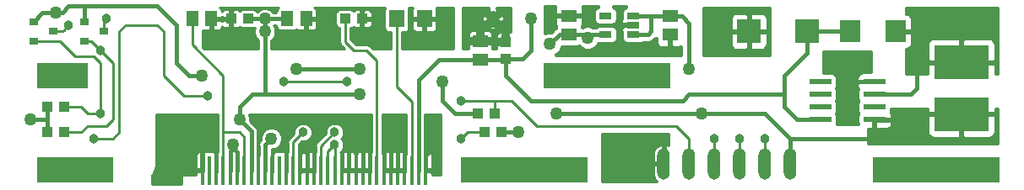
<source format=gtl>
G04 #@! TF.GenerationSoftware,KiCad,Pcbnew,5.0.0-fee4fd1~65~ubuntu17.10.1*
G04 #@! TF.CreationDate,2018-10-29T14:10:51-04:00*
G04 #@! TF.ProjectId,front-panel,66726F6E742D70616E656C2E6B696361,A*
G04 #@! TF.SameCoordinates,Original*
G04 #@! TF.FileFunction,Copper,L1,Top,Signal*
G04 #@! TF.FilePolarity,Positive*
%FSLAX46Y46*%
G04 Gerber Fmt 4.6, Leading zero omitted, Abs format (unit mm)*
G04 Created by KiCad (PCBNEW 5.0.0-fee4fd1~65~ubuntu17.10.1) date Mon Oct 29 14:10:51 2018*
%MOMM*%
%LPD*%
G01*
G04 APERTURE LIST*
G04 #@! TA.AperFunction,BGAPad,CuDef*
%ADD10C,1.270000*%
G04 #@! TD*
G04 #@! TA.AperFunction,SMDPad,CuDef*
%ADD11R,12.700000X2.540000*%
G04 #@! TD*
G04 #@! TA.AperFunction,SMDPad,CuDef*
%ADD12R,0.400000X3.000000*%
G04 #@! TD*
G04 #@! TA.AperFunction,SMDPad,CuDef*
%ADD13R,7.620000X2.540000*%
G04 #@! TD*
G04 #@! TA.AperFunction,SMDPad,CuDef*
%ADD14O,1.270000X3.175000*%
G04 #@! TD*
G04 #@! TA.AperFunction,SMDPad,CuDef*
%ADD15R,2.200000X0.600000*%
G04 #@! TD*
G04 #@! TA.AperFunction,SMDPad,CuDef*
%ADD16R,0.900000X0.800000*%
G04 #@! TD*
G04 #@! TA.AperFunction,SMDPad,CuDef*
%ADD17R,5.500000X3.500000*%
G04 #@! TD*
G04 #@! TA.AperFunction,SMDPad,CuDef*
%ADD18R,1.500000X1.300000*%
G04 #@! TD*
G04 #@! TA.AperFunction,SMDPad,CuDef*
%ADD19R,1.200000X0.650000*%
G04 #@! TD*
G04 #@! TA.AperFunction,SMDPad,CuDef*
%ADD20R,1.300000X1.500000*%
G04 #@! TD*
G04 #@! TA.AperFunction,SMDPad,CuDef*
%ADD21R,1.600000X1.800000*%
G04 #@! TD*
G04 #@! TA.AperFunction,SMDPad,CuDef*
%ADD22R,1.100000X1.000000*%
G04 #@! TD*
G04 #@! TA.AperFunction,SMDPad,CuDef*
%ADD23R,1.000000X1.100000*%
G04 #@! TD*
G04 #@! TA.AperFunction,SMDPad,CuDef*
%ADD24R,2.400000X2.400000*%
G04 #@! TD*
G04 #@! TA.AperFunction,SMDPad,CuDef*
%ADD25R,2.032000X2.184400*%
G04 #@! TD*
G04 #@! TA.AperFunction,SMDPad,CuDef*
%ADD26R,5.080000X2.540000*%
G04 #@! TD*
G04 #@! TA.AperFunction,ViaPad*
%ADD27C,1.270000*%
G04 #@! TD*
G04 #@! TA.AperFunction,ViaPad*
%ADD28C,0.965200*%
G04 #@! TD*
G04 #@! TA.AperFunction,Conductor*
%ADD29C,0.406400*%
G04 #@! TD*
G04 #@! TA.AperFunction,Conductor*
%ADD30C,0.254000*%
G04 #@! TD*
%ADD31C,0.350000*%
G04 APERTURE END LIST*
D10*
G04 #@! TO.P,TP2,1*
G04 #@! TO.N,GND*
X137160000Y-126365000D03*
G04 #@! TD*
G04 #@! TO.P,TP3,1*
G04 #@! TO.N,+3V3*
X146685000Y-128270000D03*
G04 #@! TD*
G04 #@! TO.P,TP1,1*
G04 #@! TO.N,+12V*
X140970000Y-126365000D03*
G04 #@! TD*
D11*
G04 #@! TO.P,H3,1*
G04 #@! TO.N,Net-(H3-Pad1)*
X148590000Y-132080000D03*
G04 #@! TD*
D12*
G04 #@! TO.P,U1,16*
G04 #@! TO.N,GND*
X118515000Y-141647600D03*
G04 #@! TO.P,U1,15*
X117815000Y-141647600D03*
G04 #@! TO.P,U1,14*
G04 #@! TO.N,/~RESET*
X117115000Y-141647600D03*
G04 #@! TO.P,U1,13*
G04 #@! TO.N,GND*
X116415000Y-141647600D03*
G04 #@! TO.P,U1,12*
G04 #@! TO.N,Net-(U1-Pad12)*
X115715000Y-141647600D03*
G04 #@! TO.P,U1,11*
G04 #@! TO.N,GND*
X115015000Y-141647600D03*
G04 #@! TO.P,U1,10*
G04 #@! TO.N,+5V*
X114315000Y-141647600D03*
G04 #@! TO.P,U1,9*
G04 #@! TO.N,GND*
X113615000Y-141647600D03*
G04 #@! TO.P,U1,8*
G04 #@! TO.N,+5V*
X112915000Y-141647600D03*
G04 #@! TO.P,U1,7*
G04 #@! TO.N,Net-(C1-Pad2)*
X112215000Y-141647600D03*
G04 #@! TO.P,U1,6*
G04 #@! TO.N,+5V*
X111515000Y-141647600D03*
G04 #@! TO.P,U1,5*
X110815000Y-141647600D03*
G04 #@! TO.P,U1,4*
G04 #@! TO.N,Net-(C1-Pad2)*
X110115000Y-141647600D03*
G04 #@! TO.P,U1,3*
G04 #@! TO.N,GND*
X109415000Y-141647600D03*
G04 #@! TO.P,U1,2*
G04 #@! TO.N,Net-(U1-Pad2)*
X108715000Y-141647600D03*
G04 #@! TO.P,U1,30*
G04 #@! TO.N,GND*
X128315000Y-141647600D03*
G04 #@! TO.P,U1,29*
X127615000Y-141647600D03*
G04 #@! TO.P,U1,28*
X126915000Y-141647600D03*
G04 #@! TO.P,U1,27*
X126215000Y-141647600D03*
G04 #@! TO.P,U1,26*
G04 #@! TO.N,Net-(R1-Pad1)*
X125515000Y-141647600D03*
G04 #@! TO.P,U1,25*
G04 #@! TO.N,GND*
X124815000Y-141647600D03*
G04 #@! TO.P,U1,24*
X124115000Y-141647600D03*
G04 #@! TO.P,U1,23*
X123415000Y-141647600D03*
G04 #@! TO.P,U1,22*
X122715000Y-141647600D03*
G04 #@! TO.P,U1,21*
X122015000Y-141647600D03*
G04 #@! TO.P,U1,20*
G04 #@! TO.N,/SDA*
X121315000Y-141647600D03*
G04 #@! TO.P,U1,19*
X120615000Y-141647600D03*
G04 #@! TO.P,U1,18*
G04 #@! TO.N,/SCL*
X119915000Y-141647600D03*
G04 #@! TO.P,U1,17*
G04 #@! TO.N,GND*
X119215000Y-141647600D03*
G04 #@! TO.P,U1,31*
G04 #@! TO.N,Net-(C2-PadA)*
X129015000Y-141647600D03*
G04 #@! TO.P,U1,32*
G04 #@! TO.N,+12V*
X129715000Y-141647600D03*
G04 #@! TO.P,U1,33*
G04 #@! TO.N,GND*
X130415000Y-141647600D03*
G04 #@! TO.P,U1,1*
X108015000Y-141647600D03*
G04 #@! TD*
D11*
G04 #@! TO.P,H1,1*
G04 #@! TO.N,Net-(H1-Pad1)*
X181610000Y-141605000D03*
G04 #@! TD*
G04 #@! TO.P,H2,1*
G04 #@! TO.N,Net-(H2-Pad1)*
X140335000Y-141605000D03*
G04 #@! TD*
D13*
G04 #@! TO.P,H4,1*
G04 #@! TO.N,Net-(H4-Pad1)*
X95250000Y-141605000D03*
G04 #@! TD*
D14*
G04 #@! TO.P,J1,6*
G04 #@! TO.N,GND*
X154305000Y-140970000D03*
G04 #@! TO.P,J1,5*
G04 #@! TO.N,/INT*
X156845000Y-140970000D03*
G04 #@! TO.P,J1,4*
G04 #@! TO.N,/~RESET*
X159385000Y-140970000D03*
G04 #@! TO.P,J1,3*
G04 #@! TO.N,/SCL*
X161925000Y-140970000D03*
G04 #@! TO.P,J1,2*
G04 #@! TO.N,/SDA*
X164465000Y-140970000D03*
G04 #@! TO.P,J1,1*
G04 #@! TO.N,+5V*
X167005000Y-140970000D03*
G04 #@! TD*
D15*
G04 #@! TO.P,U2,5*
G04 #@! TO.N,Net-(U2-Pad5)*
X170020000Y-132715000D03*
G04 #@! TO.P,U2,6*
G04 #@! TO.N,Net-(U2-Pad6)*
X170020000Y-133985000D03*
G04 #@! TO.P,U2,8*
G04 #@! TO.N,+12V*
X170020000Y-136525000D03*
G04 #@! TO.P,U2,4*
G04 #@! TO.N,GND*
X175420000Y-132715000D03*
G04 #@! TO.P,U2,3*
G04 #@! TO.N,/SW_12V*
X175420000Y-133985000D03*
G04 #@! TO.P,U2,1*
G04 #@! TO.N,+5V*
X175420000Y-136525000D03*
G04 #@! TO.P,U2,7*
G04 #@! TO.N,Net-(U2-Pad7)*
X170020000Y-135255000D03*
G04 #@! TO.P,U2,2*
G04 #@! TO.N,Net-(U2-Pad2)*
X175420000Y-135255000D03*
G04 #@! TD*
D16*
G04 #@! TO.P,Q2,3*
G04 #@! TO.N,/SCL*
X93075000Y-127635000D03*
G04 #@! TO.P,Q2,2*
G04 #@! TO.N,/SCL_3V3*
X91075000Y-128635000D03*
G04 #@! TO.P,Q2,1*
G04 #@! TO.N,+3V3*
X91075000Y-126635000D03*
G04 #@! TD*
D17*
G04 #@! TO.P,L1,2*
G04 #@! TO.N,/SW_12V*
X184150000Y-130750000D03*
G04 #@! TO.P,L1,1*
G04 #@! TO.N,+5V*
X184150000Y-135950000D03*
G04 #@! TD*
D18*
G04 #@! TO.P,C9,1*
G04 #@! TO.N,GND*
X154940000Y-127950000D03*
G04 #@! TO.P,C9,2*
G04 #@! TO.N,+5V*
X154940000Y-126050000D03*
G04 #@! TD*
G04 #@! TO.P,C10,1*
G04 #@! TO.N,GND*
X144780000Y-126050000D03*
G04 #@! TO.P,C10,2*
G04 #@! TO.N,+3V3*
X144780000Y-127950000D03*
G04 #@! TD*
D16*
G04 #@! TO.P,Q1,1*
G04 #@! TO.N,+3V3*
X96155000Y-126635000D03*
G04 #@! TO.P,Q1,2*
G04 #@! TO.N,/SDA_3V3*
X96155000Y-128635000D03*
G04 #@! TO.P,Q1,3*
G04 #@! TO.N,/SDA*
X98155000Y-127635000D03*
G04 #@! TD*
D19*
G04 #@! TO.P,U4,1*
G04 #@! TO.N,+5V*
X151260000Y-127950000D03*
G04 #@! TO.P,U4,2*
G04 #@! TO.N,GND*
X151260000Y-127000000D03*
G04 #@! TO.P,U4,3*
G04 #@! TO.N,+5V*
X151260000Y-126050000D03*
G04 #@! TO.P,U4,4*
G04 #@! TO.N,Net-(U4-Pad4)*
X148460000Y-126050000D03*
G04 #@! TO.P,U4,5*
G04 #@! TO.N,+3V3*
X148460000Y-127950000D03*
G04 #@! TD*
D20*
G04 #@! TO.P,C1,1*
G04 #@! TO.N,GND*
X108900000Y-126365000D03*
G04 #@! TO.P,C1,2*
G04 #@! TO.N,Net-(C1-Pad2)*
X107000000Y-126365000D03*
G04 #@! TD*
D21*
G04 #@! TO.P,C2,A*
G04 #@! TO.N,Net-(C2-PadA)*
X127505000Y-126365000D03*
G04 #@! TO.P,C2,K*
G04 #@! TO.N,GND*
X130305000Y-126365000D03*
G04 #@! TD*
D22*
G04 #@! TO.P,C3,1*
G04 #@! TO.N,GND*
X110910000Y-126365000D03*
G04 #@! TO.P,C3,2*
G04 #@! TO.N,+5V*
X112610000Y-126365000D03*
G04 #@! TD*
D18*
G04 #@! TO.P,C4,A*
G04 #@! TO.N,+12V*
X135890000Y-130490000D03*
G04 #@! TO.P,C4,K*
G04 #@! TO.N,GND*
X135890000Y-128590000D03*
G04 #@! TD*
D20*
G04 #@! TO.P,C5,A*
G04 #@! TO.N,+5V*
X116525000Y-126365000D03*
G04 #@! TO.P,C5,K*
G04 #@! TO.N,GND*
X118425000Y-126365000D03*
G04 #@! TD*
D23*
G04 #@! TO.P,C6,1*
G04 #@! TO.N,GND*
X138430000Y-128690000D03*
G04 #@! TO.P,C6,2*
G04 #@! TO.N,+12V*
X138430000Y-130390000D03*
G04 #@! TD*
D24*
G04 #@! TO.P,C7,A*
G04 #@! TO.N,+12V*
X168635000Y-127635000D03*
G04 #@! TO.P,C7,K*
G04 #@! TO.N,GND*
X162835000Y-127635000D03*
G04 #@! TD*
D25*
G04 #@! TO.P,D1,A*
G04 #@! TO.N,/SW_12V*
X177546000Y-127635000D03*
G04 #@! TO.P,D1,K*
G04 #@! TO.N,+12V*
X172974000Y-127635000D03*
G04 #@! TD*
D22*
G04 #@! TO.P,R1,1*
G04 #@! TO.N,Net-(R1-Pad1)*
X122340000Y-126365000D03*
G04 #@! TO.P,R1,2*
G04 #@! TO.N,GND*
X124040000Y-126365000D03*
G04 #@! TD*
G04 #@! TO.P,R4,1*
G04 #@! TO.N,/SDA_3V3*
X94195000Y-137795000D03*
G04 #@! TO.P,R4,2*
G04 #@! TO.N,+3V3*
X92495000Y-137795000D03*
G04 #@! TD*
G04 #@! TO.P,R5,1*
G04 #@! TO.N,/SCL_3V3*
X94195000Y-135255000D03*
G04 #@! TO.P,R5,2*
G04 #@! TO.N,+3V3*
X92495000Y-135255000D03*
G04 #@! TD*
G04 #@! TO.P,R3,1*
G04 #@! TO.N,GND*
X138010000Y-137795000D03*
G04 #@! TO.P,R3,2*
G04 #@! TO.N,/~RESET*
X136310000Y-137795000D03*
G04 #@! TD*
G04 #@! TO.P,R2,1*
G04 #@! TO.N,/INT*
X137375000Y-135890000D03*
G04 #@! TO.P,R2,2*
G04 #@! TO.N,+3V3*
X135675000Y-135890000D03*
G04 #@! TD*
D26*
G04 #@! TO.P,H5,1*
G04 #@! TO.N,Net-(H5-Pad1)*
X93980000Y-132080000D03*
G04 #@! TD*
D27*
G04 #@! TO.N,GND*
X131445000Y-137160000D03*
X127635000Y-137160000D03*
X104140000Y-137160000D03*
X113665000Y-136525000D03*
X116840000Y-136525000D03*
X116840000Y-128270000D03*
X118745000Y-128270000D03*
X120650000Y-128270000D03*
X120650000Y-126365000D03*
X109220000Y-128905000D03*
X111125000Y-128905000D03*
X113030000Y-128905000D03*
X104775000Y-142240000D03*
X108585000Y-139065000D03*
X108585000Y-137160000D03*
X152400000Y-142240000D03*
X150495000Y-142240000D03*
X148590000Y-142240000D03*
X148590000Y-138430000D03*
X150495000Y-138430000D03*
X152400000Y-138430000D03*
X154305000Y-138430000D03*
X142875000Y-126365000D03*
X147955000Y-129540000D03*
X151765000Y-129540000D03*
X149860000Y-129540000D03*
X170815000Y-130810000D03*
X159385000Y-129540000D03*
X159385000Y-125730000D03*
X159385000Y-127635000D03*
X124460000Y-136525000D03*
X127635000Y-139065000D03*
X131445000Y-139065000D03*
X172720000Y-136525000D03*
X172720000Y-134620000D03*
X172720000Y-132715000D03*
X174625000Y-130810000D03*
X172720000Y-130810000D03*
X139700000Y-137795000D03*
X138430000Y-127000000D03*
X135890000Y-127000000D03*
X132334000Y-126492000D03*
X132334000Y-128524000D03*
X130302000Y-128524000D03*
X123825000Y-128270000D03*
X125730000Y-128270000D03*
X125730000Y-126365000D03*
D28*
G04 #@! TO.N,/SDA*
X164465000Y-138430000D03*
X98425000Y-126365000D03*
X121285000Y-139065000D03*
G04 #@! TO.N,/SCL*
X94615000Y-127000000D03*
X161925000Y-138430000D03*
X121285000Y-137795000D03*
D27*
G04 #@! TO.N,+5V*
X143510000Y-135890000D03*
X123824990Y-133985000D03*
X111760000Y-136525000D03*
X180340000Y-138430000D03*
X180340000Y-136525000D03*
X158114982Y-135890000D03*
X156845000Y-131445000D03*
X178435000Y-138430000D03*
X178435000Y-136525000D03*
X114935000Y-138430000D03*
X114300000Y-127635000D03*
X114300000Y-126365000D03*
X111125000Y-139065000D03*
G04 #@! TO.N,/SW_12V*
X179705000Y-128905000D03*
X179705000Y-130810000D03*
X181610000Y-127635000D03*
X186690000Y-127635000D03*
X184150000Y-127635000D03*
D28*
G04 #@! TO.N,/~RESET*
X133985000Y-138430000D03*
X118110000Y-137795000D03*
X159385000Y-138430000D03*
D27*
G04 #@! TO.N,+3V3*
X107950016Y-132080000D03*
X90805000Y-136525000D03*
X132080000Y-132715000D03*
X93345000Y-125730000D03*
X117475000Y-131445000D03*
X123825000Y-131445000D03*
X142875000Y-128905000D03*
D28*
G04 #@! TO.N,/SDA_3V3*
X97790024Y-129540000D03*
G04 #@! TO.N,/SCL_3V3*
X97790000Y-135890000D03*
G04 #@! TO.N,/INT*
X97155000Y-138430000D03*
X108584994Y-134086611D03*
X116205000Y-132715000D03*
X122555000Y-132715000D03*
X133985000Y-134620000D03*
G04 #@! TD*
D29*
G04 #@! TO.N,GND*
X131445000Y-139065000D02*
X131445000Y-137160000D01*
X127635000Y-139065000D02*
X127635000Y-137160000D01*
X108585000Y-137160000D02*
X104140000Y-137160000D01*
X124460000Y-136525000D02*
X116840000Y-136525000D01*
X120650000Y-128270000D02*
X118745000Y-128270000D01*
X118425000Y-126365000D02*
X120650000Y-126365000D01*
X108900000Y-128585000D02*
X109220000Y-128905000D01*
X108900000Y-126365000D02*
X108900000Y-128585000D01*
X113030000Y-128905000D02*
X111125000Y-128905000D01*
X117815000Y-139741200D02*
X118515000Y-139741200D01*
X118515000Y-141647600D02*
X118515000Y-139741200D01*
X104775000Y-139065000D02*
X104775000Y-142240000D01*
X108585000Y-139065000D02*
X104775000Y-139065000D01*
X109415000Y-141647600D02*
X109415000Y-139895000D01*
X109415000Y-139895000D02*
X108585000Y-139065000D01*
X108015000Y-141647600D02*
X108015000Y-139635000D01*
X108015000Y-139635000D02*
X108585000Y-139065000D01*
X150495000Y-142240000D02*
X152400000Y-142240000D01*
X148590000Y-138430000D02*
X148590000Y-142240000D01*
X152400000Y-138430000D02*
X150495000Y-138430000D01*
X154305000Y-140970000D02*
X154305000Y-138430000D01*
X139700000Y-137795000D02*
X138010000Y-137795000D01*
X127615000Y-141647600D02*
X127615000Y-139085000D01*
X127615000Y-139085000D02*
X127635000Y-139065000D01*
X126915000Y-141647600D02*
X126915000Y-139785000D01*
X126915000Y-139785000D02*
X127635000Y-139065000D01*
X126215000Y-141647600D02*
X126215000Y-139741200D01*
X126215000Y-139741200D02*
X126365000Y-139591200D01*
X144780000Y-126050000D02*
X143190000Y-126050000D01*
X143190000Y-126050000D02*
X142875000Y-126365000D01*
X149860000Y-129540000D02*
X147955000Y-129540000D01*
X151260000Y-127000000D02*
X150253600Y-127000000D01*
X150253600Y-127000000D02*
X149860000Y-127393600D01*
X149860000Y-127393600D02*
X149860000Y-129540000D01*
X172720000Y-130810000D02*
X170815000Y-130810000D01*
X159385000Y-127635000D02*
X159385000Y-129540000D01*
X162835000Y-127635000D02*
X159385000Y-127635000D01*
X124815000Y-141647600D02*
X124815000Y-136880000D01*
X124815000Y-136880000D02*
X124460000Y-136525000D01*
X117815000Y-141647600D02*
X117815000Y-139741200D01*
X128315000Y-141647600D02*
X128315000Y-139745000D01*
X128315000Y-139745000D02*
X127635000Y-139065000D01*
X130415000Y-141647600D02*
X130415000Y-140095000D01*
X130415000Y-140095000D02*
X131445000Y-139065000D01*
X172720000Y-134620000D02*
X172720000Y-136525000D01*
X172720000Y-132715000D02*
X172720000Y-130810000D01*
X175420000Y-132715000D02*
X172720000Y-132715000D01*
X137160000Y-127000000D02*
X135890000Y-127000000D01*
X137160000Y-127000000D02*
X138430000Y-127000000D01*
X137160000Y-125730000D02*
X137160000Y-127000000D01*
X138430000Y-128690000D02*
X138430000Y-127000000D01*
X135890000Y-128590000D02*
X135890000Y-127000000D01*
X130305000Y-126365000D02*
X132207000Y-126365000D01*
X132207000Y-126365000D02*
X132334000Y-126492000D01*
X130302000Y-128524000D02*
X132334000Y-128524000D01*
X130305000Y-126365000D02*
X130305000Y-128521000D01*
X130305000Y-128521000D02*
X130302000Y-128524000D01*
X125730000Y-128270000D02*
X123825000Y-128270000D01*
X125730000Y-126365000D02*
X125730000Y-128270000D01*
X124040000Y-126365000D02*
X125730000Y-126365000D01*
D30*
G04 #@! TO.N,Net-(R1-Pad1)*
X125515000Y-141673000D02*
X125515000Y-130586868D01*
X125515000Y-130586868D02*
X124468132Y-129540000D01*
X123190000Y-129540000D02*
X122340000Y-128690000D01*
X122340000Y-128690000D02*
X122340000Y-127119000D01*
X124468132Y-129540000D02*
X123190000Y-129540000D01*
X122340000Y-127119000D02*
X122340000Y-126365000D01*
G04 #@! TO.N,/SDA*
X164465000Y-140970000D02*
X164465000Y-138430000D01*
X98155000Y-126635000D02*
X98155000Y-127635000D01*
X98425000Y-126365000D02*
X98155000Y-126635000D01*
X121315000Y-141673000D02*
X121315000Y-139095000D01*
X121315000Y-139095000D02*
X121285000Y-139065000D01*
X120615000Y-141673000D02*
X120615000Y-139735000D01*
X120615000Y-139735000D02*
X121285000Y-139065000D01*
G04 #@! TO.N,/SCL*
X93980000Y-127635000D02*
X94132401Y-127482599D01*
X93075000Y-127635000D02*
X93980000Y-127635000D01*
X94132401Y-127482599D02*
X94615000Y-127000000D01*
X161925000Y-140970000D02*
X161925000Y-138430000D01*
X119915000Y-139165000D02*
X121285000Y-137795000D01*
X119915000Y-141673000D02*
X119915000Y-139165000D01*
D29*
G04 #@! TO.N,+5V*
X143510000Y-135890000D02*
X158114982Y-135890000D01*
X113030000Y-133985000D02*
X114300000Y-133985000D01*
X114300000Y-133985000D02*
X123824990Y-133985000D01*
X114300000Y-127635000D02*
X114300000Y-133985000D01*
X111760000Y-136525000D02*
X111760000Y-135255000D01*
X111760000Y-135255000D02*
X113030000Y-133985000D01*
X111760000Y-136525000D02*
X112915000Y-137680000D01*
X112915000Y-137680000D02*
X112915000Y-141647600D01*
X151260000Y-127950000D02*
X152720000Y-127950000D01*
X152720000Y-127950000D02*
X153035000Y-127635000D01*
X153035000Y-127635000D02*
X153035000Y-126050000D01*
X151260000Y-126050000D02*
X153035000Y-126050000D01*
X153035000Y-126050000D02*
X154940000Y-126050000D01*
X178435000Y-136525000D02*
X180340000Y-136525000D01*
X159013025Y-135889998D02*
X159013023Y-135890000D01*
X159013023Y-135890000D02*
X158114982Y-135890000D01*
X164464998Y-135889998D02*
X159013025Y-135889998D01*
X167005000Y-138430000D02*
X164464998Y-135889998D01*
X159013023Y-135890000D02*
X159013007Y-135890000D01*
X156845000Y-126798600D02*
X156845000Y-131445000D01*
X154940000Y-126050000D02*
X156096400Y-126050000D01*
X156096400Y-126050000D02*
X156845000Y-126798600D01*
X178435000Y-136525000D02*
X178435000Y-138430000D01*
X175420000Y-136525000D02*
X178435000Y-136525000D01*
X167005000Y-138430000D02*
X178435000Y-138430000D01*
X111515000Y-141647600D02*
X111515000Y-140580000D01*
X111515000Y-140580000D02*
X111515000Y-139766600D01*
X110815000Y-141647600D02*
X110815000Y-139686600D01*
X167005000Y-140970000D02*
X167005000Y-138430000D01*
X114315000Y-139050000D02*
X114935000Y-138430000D01*
X114315000Y-141673000D02*
X114315000Y-139050000D01*
X114300000Y-126365000D02*
X114300000Y-127635000D01*
X114300000Y-126365000D02*
X116525000Y-126365000D01*
X112610000Y-126365000D02*
X114300000Y-126365000D01*
X111125000Y-139376600D02*
X110815000Y-139686600D01*
X111125000Y-139376600D02*
X111125000Y-139065000D01*
X111515000Y-141673000D02*
X111515000Y-139766600D01*
X111515000Y-139766600D02*
X111125000Y-139376600D01*
D30*
G04 #@! TO.N,Net-(C1-Pad2)*
X107000000Y-126365000D02*
X107000000Y-128991316D01*
X107000000Y-128991316D02*
X110108999Y-132100315D01*
X110108999Y-132100315D02*
X110108999Y-137795000D01*
X112215000Y-141673000D02*
X112215000Y-138250000D01*
X112215000Y-138250000D02*
X111760000Y-137795000D01*
X111760000Y-137795000D02*
X110108999Y-137795000D01*
X110108999Y-140045998D02*
X110108999Y-137795000D01*
X110115000Y-141673000D02*
X110115000Y-140051999D01*
X110115000Y-140051999D02*
X110108999Y-140045998D01*
G04 #@! TO.N,Net-(C2-PadA)*
X129015000Y-141673000D02*
X129015000Y-134730000D01*
X129015000Y-134730000D02*
X127505000Y-133220000D01*
X127505000Y-133220000D02*
X127505000Y-126365000D01*
D29*
G04 #@! TO.N,+12V*
X140970000Y-129540000D02*
X140120000Y-130390000D01*
X140120000Y-130390000D02*
X138430000Y-130390000D01*
X166370000Y-133985000D02*
X156845000Y-133985000D01*
X156845000Y-133985000D02*
X156210000Y-134620000D01*
X156210000Y-134620000D02*
X140970000Y-134620000D01*
X140970000Y-134620000D02*
X138430000Y-132080000D01*
X138430000Y-132080000D02*
X138430000Y-130390000D01*
X129715000Y-141673000D02*
X129715000Y-132540000D01*
X129715000Y-132540000D02*
X131765000Y-130490000D01*
X131765000Y-130490000D02*
X135890000Y-130490000D01*
X166370000Y-133985000D02*
X166370000Y-132080000D01*
X166370000Y-132080000D02*
X168635000Y-129815000D01*
X168635000Y-129815000D02*
X168635000Y-127635000D01*
X170020000Y-136525000D02*
X167640000Y-136525000D01*
X167640000Y-136525000D02*
X166370000Y-135255000D01*
X166370000Y-135255000D02*
X166370000Y-133985000D01*
X172974000Y-127635000D02*
X168635000Y-127635000D01*
X135890000Y-130490000D02*
X138330000Y-130490000D01*
X138330000Y-130490000D02*
X138430000Y-130390000D01*
X140970000Y-126365000D02*
X140970000Y-129540000D01*
G04 #@! TO.N,/SW_12V*
X179705000Y-130810000D02*
X179705000Y-128905000D01*
X179705000Y-128905000D02*
X179705000Y-127635000D01*
X177546000Y-127635000D02*
X179705000Y-127635000D01*
X179705000Y-127635000D02*
X181610000Y-127635000D01*
X179705000Y-133350000D02*
X179705000Y-130810000D01*
X179070000Y-133985000D02*
X179705000Y-133350000D01*
X175420000Y-133985000D02*
X179070000Y-133985000D01*
X184150000Y-127635000D02*
X181610000Y-127635000D01*
X184150000Y-127635000D02*
X186690000Y-127635000D01*
D30*
G04 #@! TO.N,/~RESET*
X134620000Y-137795000D02*
X136310000Y-137795000D01*
X133985000Y-138430000D02*
X134620000Y-137795000D01*
X117627401Y-138277599D02*
X118110000Y-137795000D01*
X117115000Y-141673000D02*
X117115000Y-138790000D01*
X117115000Y-138790000D02*
X117627401Y-138277599D01*
X159385000Y-140970000D02*
X159385000Y-138430000D01*
D29*
G04 #@! TO.N,+3V3*
X96155000Y-125095000D02*
X103505000Y-125095000D01*
X105410000Y-130810000D02*
X106680000Y-132080000D01*
X106680000Y-132080000D02*
X107950016Y-132080000D01*
X103505000Y-125095000D02*
X105410000Y-127000000D01*
X105410000Y-127000000D02*
X105410000Y-130810000D01*
X148460000Y-127950000D02*
X147005000Y-127950000D01*
X147005000Y-127950000D02*
X146685000Y-128270000D01*
X92495000Y-136525000D02*
X92495000Y-135255000D01*
X92495000Y-137795000D02*
X92495000Y-136525000D01*
X92495000Y-136525000D02*
X90805000Y-136525000D01*
X135675000Y-135890000D02*
X133350000Y-135890000D01*
X133350000Y-135890000D02*
X132080000Y-134620000D01*
X132080000Y-134620000D02*
X132080000Y-132715000D01*
X93345000Y-125730000D02*
X91980000Y-125730000D01*
X91980000Y-125730000D02*
X91075000Y-126635000D01*
X93980000Y-125730000D02*
X94615000Y-125095000D01*
X94615000Y-125095000D02*
X96155000Y-125095000D01*
X93345000Y-125730000D02*
X93980000Y-125730000D01*
X96155000Y-126635000D02*
X96155000Y-125095000D01*
X123825000Y-131445000D02*
X117475000Y-131445000D01*
X144780000Y-127950000D02*
X143830000Y-127950000D01*
X143830000Y-127950000D02*
X142875000Y-128905000D01*
X148460000Y-127950000D02*
X144780000Y-127950000D01*
D30*
G04 #@! TO.N,/SDA_3V3*
X94195000Y-137795000D02*
X95885000Y-137795000D01*
X95885000Y-137795000D02*
X96520000Y-137160000D01*
X96520000Y-137160000D02*
X98425000Y-137160000D01*
X98425000Y-137160000D02*
X99060000Y-136525000D01*
X99060000Y-136525000D02*
X99060000Y-130809976D01*
X99060000Y-130809976D02*
X98272623Y-130022599D01*
X98272623Y-130022599D02*
X97790024Y-129540000D01*
X96885024Y-128635000D02*
X97307425Y-129057401D01*
X97307425Y-129057401D02*
X97790024Y-129540000D01*
X96155000Y-128635000D02*
X96885024Y-128635000D01*
G04 #@! TO.N,/SCL_3V3*
X97790000Y-135890000D02*
X97790000Y-130810000D01*
X97790000Y-130810000D02*
X97155000Y-130175000D01*
X97155000Y-130175000D02*
X95250000Y-130175000D01*
X95250000Y-130175000D02*
X93710000Y-128635000D01*
X93710000Y-128635000D02*
X91075000Y-128635000D01*
X95885000Y-135255000D02*
X96520000Y-135890000D01*
X96520000Y-135890000D02*
X97790000Y-135890000D01*
X94195000Y-135255000D02*
X95885000Y-135255000D01*
G04 #@! TO.N,/INT*
X97155000Y-138430000D02*
X99060000Y-138430000D01*
X99060000Y-138430000D02*
X99695000Y-137795000D01*
X99695000Y-127635000D02*
X100330000Y-127000000D01*
X99695000Y-137795000D02*
X99695000Y-127635000D01*
X100330000Y-127000000D02*
X103505000Y-127000000D01*
X104140000Y-127635000D02*
X104140000Y-132080000D01*
X103505000Y-127000000D02*
X104140000Y-127635000D01*
X104140000Y-132080000D02*
X106146611Y-134086611D01*
X106146611Y-134086611D02*
X107902495Y-134086611D01*
X107902495Y-134086611D02*
X108584994Y-134086611D01*
X106781611Y-134086611D02*
X107902495Y-134086611D01*
X116205000Y-132715000D02*
X122555000Y-132715000D01*
X137375000Y-134620000D02*
X139065000Y-134620000D01*
X133985000Y-134620000D02*
X137375000Y-134620000D01*
X137375000Y-134620000D02*
X137375000Y-135890000D01*
X139065000Y-134620000D02*
X141605000Y-137160000D01*
X141605000Y-137160000D02*
X155575000Y-137160000D01*
X155575000Y-137160000D02*
X156845000Y-138430000D01*
X156845000Y-138430000D02*
X156845000Y-140970000D01*
G04 #@! TD*
G04 #@! TO.N,GND*
G36*
X109550200Y-137739960D02*
X109539252Y-137795000D01*
X109550200Y-137850040D01*
X109550199Y-139788551D01*
X109515000Y-139823750D01*
X109515000Y-139969024D01*
X109508254Y-139979120D01*
X109474741Y-140147600D01*
X109474741Y-141794600D01*
X109355259Y-141794600D01*
X109355259Y-140147600D01*
X109321746Y-139979120D01*
X109315000Y-139969024D01*
X109315000Y-139823750D01*
X109207050Y-139715800D01*
X109129110Y-139715800D01*
X109073443Y-139738858D01*
X108915000Y-139707341D01*
X108515000Y-139707341D01*
X108356557Y-139738858D01*
X108300890Y-139715800D01*
X108222950Y-139715800D01*
X108115000Y-139823750D01*
X108115000Y-139969024D01*
X108108254Y-139979120D01*
X108074741Y-140147600D01*
X108074741Y-141794600D01*
X107915000Y-141794600D01*
X107915000Y-141774600D01*
X107491150Y-141774600D01*
X107383200Y-141882550D01*
X107383200Y-142113000D01*
X106045000Y-142113000D01*
X105996399Y-142122667D01*
X105955197Y-142150197D01*
X105927667Y-142191399D01*
X105918000Y-142240000D01*
X105918000Y-143003200D01*
X102997000Y-143003200D01*
X102997000Y-142057351D01*
X103011777Y-142039741D01*
X103232311Y-141657767D01*
X103232312Y-141657766D01*
X103292511Y-141492370D01*
X103368151Y-141063393D01*
X103376800Y-141019911D01*
X103376800Y-140061709D01*
X107383200Y-140061709D01*
X107383200Y-141412650D01*
X107491150Y-141520600D01*
X107915000Y-141520600D01*
X107915000Y-139823750D01*
X107807050Y-139715800D01*
X107729110Y-139715800D01*
X107570405Y-139781537D01*
X107448938Y-139903005D01*
X107383200Y-140061709D01*
X103376800Y-140061709D01*
X103376800Y-136017000D01*
X109550200Y-136017000D01*
X109550200Y-137739960D01*
X109550200Y-137739960D01*
G37*
X109550200Y-137739960D02*
X109539252Y-137795000D01*
X109550200Y-137850040D01*
X109550199Y-139788551D01*
X109515000Y-139823750D01*
X109515000Y-139969024D01*
X109508254Y-139979120D01*
X109474741Y-140147600D01*
X109474741Y-141794600D01*
X109355259Y-141794600D01*
X109355259Y-140147600D01*
X109321746Y-139979120D01*
X109315000Y-139969024D01*
X109315000Y-139823750D01*
X109207050Y-139715800D01*
X109129110Y-139715800D01*
X109073443Y-139738858D01*
X108915000Y-139707341D01*
X108515000Y-139707341D01*
X108356557Y-139738858D01*
X108300890Y-139715800D01*
X108222950Y-139715800D01*
X108115000Y-139823750D01*
X108115000Y-139969024D01*
X108108254Y-139979120D01*
X108074741Y-140147600D01*
X108074741Y-141794600D01*
X107915000Y-141794600D01*
X107915000Y-141774600D01*
X107491150Y-141774600D01*
X107383200Y-141882550D01*
X107383200Y-142113000D01*
X106045000Y-142113000D01*
X105996399Y-142122667D01*
X105955197Y-142150197D01*
X105927667Y-142191399D01*
X105918000Y-142240000D01*
X105918000Y-143003200D01*
X102997000Y-143003200D01*
X102997000Y-142057351D01*
X103011777Y-142039741D01*
X103232311Y-141657767D01*
X103232312Y-141657766D01*
X103292511Y-141492370D01*
X103368151Y-141063393D01*
X103376800Y-141019911D01*
X103376800Y-140061709D01*
X107383200Y-140061709D01*
X107383200Y-141412650D01*
X107491150Y-141520600D01*
X107915000Y-141520600D01*
X107915000Y-139823750D01*
X107807050Y-139715800D01*
X107729110Y-139715800D01*
X107570405Y-139781537D01*
X107448938Y-139903005D01*
X107383200Y-140061709D01*
X103376800Y-140061709D01*
X103376800Y-136017000D01*
X109550200Y-136017000D01*
X109550200Y-137739960D01*
G36*
X131953000Y-142113000D02*
X131046800Y-142113000D01*
X131046800Y-141882550D01*
X130938850Y-141774600D01*
X130515000Y-141774600D01*
X130515000Y-141794600D01*
X130355259Y-141794600D01*
X130355259Y-140147600D01*
X130350000Y-140121161D01*
X130350000Y-139823750D01*
X130515000Y-139823750D01*
X130515000Y-141520600D01*
X130938850Y-141520600D01*
X131046800Y-141412650D01*
X131046800Y-140061709D01*
X130981062Y-139903005D01*
X130859595Y-139781537D01*
X130700890Y-139715800D01*
X130622950Y-139715800D01*
X130515000Y-139823750D01*
X130350000Y-139823750D01*
X130350000Y-136017000D01*
X131953000Y-136017000D01*
X131953000Y-142113000D01*
X131953000Y-142113000D01*
G37*
X131953000Y-142113000D02*
X131046800Y-142113000D01*
X131046800Y-141882550D01*
X130938850Y-141774600D01*
X130515000Y-141774600D01*
X130515000Y-141794600D01*
X130355259Y-141794600D01*
X130355259Y-140147600D01*
X130350000Y-140121161D01*
X130350000Y-139823750D01*
X130515000Y-139823750D01*
X130515000Y-141520600D01*
X130938850Y-141520600D01*
X131046800Y-141412650D01*
X131046800Y-140061709D01*
X130981062Y-139903005D01*
X130859595Y-139781537D01*
X130700890Y-139715800D01*
X130622950Y-139715800D01*
X130515000Y-139823750D01*
X130350000Y-139823750D01*
X130350000Y-136017000D01*
X131953000Y-136017000D01*
X131953000Y-142113000D01*
G36*
X124956200Y-139782550D02*
X124915000Y-139823750D01*
X124915000Y-139969024D01*
X124908254Y-139979120D01*
X124874741Y-140147600D01*
X124874741Y-141794600D01*
X124715000Y-141794600D01*
X124715000Y-141774600D01*
X124215000Y-141774600D01*
X124215000Y-141794600D01*
X124015000Y-141794600D01*
X124015000Y-141774600D01*
X123515000Y-141774600D01*
X123515000Y-141794600D01*
X123315000Y-141794600D01*
X123315000Y-141774600D01*
X122815000Y-141774600D01*
X122815000Y-141794600D01*
X122615000Y-141794600D01*
X122615000Y-141774600D01*
X122115000Y-141774600D01*
X122115000Y-141794600D01*
X121955259Y-141794600D01*
X121955259Y-140147600D01*
X121938175Y-140061709D01*
X122083200Y-140061709D01*
X122083200Y-141412650D01*
X122115000Y-141444450D01*
X122115000Y-141520600D01*
X122615000Y-141520600D01*
X122615000Y-141444450D01*
X122646800Y-141412650D01*
X122646800Y-140061709D01*
X122783200Y-140061709D01*
X122783200Y-141412650D01*
X122815000Y-141444450D01*
X122815000Y-141520600D01*
X123315000Y-141520600D01*
X123315000Y-141444450D01*
X123346800Y-141412650D01*
X123346800Y-140061709D01*
X123483200Y-140061709D01*
X123483200Y-141412650D01*
X123515000Y-141444450D01*
X123515000Y-141520600D01*
X124015000Y-141520600D01*
X124015000Y-141444450D01*
X124046800Y-141412650D01*
X124046800Y-140061709D01*
X124183200Y-140061709D01*
X124183200Y-141412650D01*
X124215000Y-141444450D01*
X124215000Y-141520600D01*
X124715000Y-141520600D01*
X124715000Y-141444450D01*
X124746800Y-141412650D01*
X124746800Y-140061709D01*
X124715000Y-139984938D01*
X124715000Y-139823750D01*
X124607050Y-139715800D01*
X124529110Y-139715800D01*
X124465000Y-139742355D01*
X124400890Y-139715800D01*
X124322950Y-139715800D01*
X124215000Y-139823750D01*
X124215000Y-139984938D01*
X124183200Y-140061709D01*
X124046800Y-140061709D01*
X124015000Y-139984938D01*
X124015000Y-139823750D01*
X123907050Y-139715800D01*
X123829110Y-139715800D01*
X123765000Y-139742355D01*
X123700890Y-139715800D01*
X123622950Y-139715800D01*
X123515000Y-139823750D01*
X123515000Y-139984938D01*
X123483200Y-140061709D01*
X123346800Y-140061709D01*
X123315000Y-139984938D01*
X123315000Y-139823750D01*
X123207050Y-139715800D01*
X123129110Y-139715800D01*
X123065000Y-139742355D01*
X123000890Y-139715800D01*
X122922950Y-139715800D01*
X122815000Y-139823750D01*
X122815000Y-139984938D01*
X122783200Y-140061709D01*
X122646800Y-140061709D01*
X122615000Y-139984938D01*
X122615000Y-139823750D01*
X122507050Y-139715800D01*
X122429110Y-139715800D01*
X122365000Y-139742355D01*
X122300890Y-139715800D01*
X122222950Y-139715800D01*
X122115000Y-139823750D01*
X122115000Y-139984938D01*
X122083200Y-140061709D01*
X121938175Y-140061709D01*
X121921746Y-139979120D01*
X121915000Y-139969024D01*
X121915000Y-139823750D01*
X121873800Y-139782550D01*
X121873800Y-139769357D01*
X122060191Y-139582966D01*
X122199400Y-139246885D01*
X122199400Y-138883115D01*
X122060191Y-138547034D01*
X121943157Y-138430000D01*
X122060191Y-138312966D01*
X122199400Y-137976885D01*
X122199400Y-137613115D01*
X122060191Y-137277034D01*
X121802966Y-137019809D01*
X121466885Y-136880600D01*
X121103115Y-136880600D01*
X120767034Y-137019809D01*
X120509809Y-137277034D01*
X120370600Y-137613115D01*
X120370600Y-137919138D01*
X119558787Y-138730952D01*
X119512129Y-138762128D01*
X119455188Y-138847346D01*
X119388622Y-138946968D01*
X119345253Y-139165000D01*
X119356201Y-139220039D01*
X119356201Y-139782549D01*
X119315000Y-139823750D01*
X119315000Y-139969024D01*
X119308254Y-139979120D01*
X119274741Y-140147600D01*
X119274741Y-141794600D01*
X119115000Y-141794600D01*
X119115000Y-141774600D01*
X118615000Y-141774600D01*
X118615000Y-141794600D01*
X118415000Y-141794600D01*
X118415000Y-141774600D01*
X117915000Y-141774600D01*
X117915000Y-141794600D01*
X117755259Y-141794600D01*
X117755259Y-140147600D01*
X117738175Y-140061709D01*
X117883200Y-140061709D01*
X117883200Y-141412650D01*
X117915000Y-141444450D01*
X117915000Y-141520600D01*
X118415000Y-141520600D01*
X118415000Y-141444450D01*
X118446800Y-141412650D01*
X118446800Y-140061709D01*
X118583200Y-140061709D01*
X118583200Y-141412650D01*
X118615000Y-141444450D01*
X118615000Y-141520600D01*
X119115000Y-141520600D01*
X119115000Y-141444450D01*
X119146800Y-141412650D01*
X119146800Y-140061709D01*
X119115000Y-139984938D01*
X119115000Y-139823750D01*
X119007050Y-139715800D01*
X118929110Y-139715800D01*
X118865000Y-139742355D01*
X118800890Y-139715800D01*
X118722950Y-139715800D01*
X118615000Y-139823750D01*
X118615000Y-139984938D01*
X118583200Y-140061709D01*
X118446800Y-140061709D01*
X118415000Y-139984938D01*
X118415000Y-139823750D01*
X118307050Y-139715800D01*
X118229110Y-139715800D01*
X118165000Y-139742355D01*
X118100890Y-139715800D01*
X118022950Y-139715800D01*
X117915000Y-139823750D01*
X117915000Y-139984938D01*
X117883200Y-140061709D01*
X117738175Y-140061709D01*
X117721746Y-139979120D01*
X117715000Y-139969024D01*
X117715000Y-139823750D01*
X117673800Y-139782550D01*
X117673800Y-139021461D01*
X117985862Y-138709400D01*
X118291885Y-138709400D01*
X118627966Y-138570191D01*
X118885191Y-138312966D01*
X119024400Y-137976885D01*
X119024400Y-137613115D01*
X118885191Y-137277034D01*
X118627966Y-137019809D01*
X118291885Y-136880600D01*
X117928115Y-136880600D01*
X117592034Y-137019809D01*
X117334809Y-137277034D01*
X117195600Y-137613115D01*
X117195600Y-137919138D01*
X116758787Y-138355952D01*
X116712129Y-138387128D01*
X116639882Y-138495253D01*
X116588622Y-138571968D01*
X116545253Y-138790000D01*
X116556201Y-138845039D01*
X116556201Y-139782549D01*
X116515000Y-139823750D01*
X116515000Y-139969024D01*
X116508254Y-139979120D01*
X116474741Y-140147600D01*
X116474741Y-141794600D01*
X116355259Y-141794600D01*
X116355259Y-140147600D01*
X116321746Y-139979120D01*
X116315000Y-139969024D01*
X116315000Y-139823750D01*
X116207050Y-139715800D01*
X116129110Y-139715800D01*
X116073443Y-139738858D01*
X115915000Y-139707341D01*
X115515000Y-139707341D01*
X115356557Y-139738858D01*
X115300890Y-139715800D01*
X115222950Y-139715800D01*
X115115000Y-139823750D01*
X115115000Y-139969024D01*
X115108254Y-139979120D01*
X115074741Y-140147600D01*
X115074741Y-141794600D01*
X114955259Y-141794600D01*
X114955259Y-140147600D01*
X114950000Y-140121161D01*
X114950000Y-139496800D01*
X115147200Y-139496800D01*
X115539294Y-139334389D01*
X115839389Y-139034294D01*
X116001800Y-138642200D01*
X116001800Y-138217800D01*
X115839389Y-137825706D01*
X115539294Y-137525611D01*
X115147200Y-137363200D01*
X114722800Y-137363200D01*
X114330706Y-137525611D01*
X114030611Y-137825706D01*
X113868200Y-138217800D01*
X113868200Y-138584836D01*
X113857192Y-138592191D01*
X113821765Y-138645211D01*
X113716843Y-138802236D01*
X113667561Y-139050000D01*
X113680001Y-139112542D01*
X113680001Y-140121158D01*
X113674741Y-140147600D01*
X113674741Y-141794600D01*
X113555259Y-141794600D01*
X113555259Y-140147600D01*
X113550000Y-140121161D01*
X113550000Y-137742537D01*
X113562439Y-137680000D01*
X113550000Y-137617463D01*
X113550000Y-137617459D01*
X113513157Y-137432235D01*
X113465528Y-137360953D01*
X113408236Y-137275210D01*
X113408234Y-137275208D01*
X113372809Y-137222191D01*
X113319792Y-137186766D01*
X112826800Y-136693775D01*
X112826800Y-136312800D01*
X112704275Y-136017000D01*
X124956200Y-136017000D01*
X124956200Y-139782550D01*
X124956200Y-139782550D01*
G37*
X124956200Y-139782550D02*
X124915000Y-139823750D01*
X124915000Y-139969024D01*
X124908254Y-139979120D01*
X124874741Y-140147600D01*
X124874741Y-141794600D01*
X124715000Y-141794600D01*
X124715000Y-141774600D01*
X124215000Y-141774600D01*
X124215000Y-141794600D01*
X124015000Y-141794600D01*
X124015000Y-141774600D01*
X123515000Y-141774600D01*
X123515000Y-141794600D01*
X123315000Y-141794600D01*
X123315000Y-141774600D01*
X122815000Y-141774600D01*
X122815000Y-141794600D01*
X122615000Y-141794600D01*
X122615000Y-141774600D01*
X122115000Y-141774600D01*
X122115000Y-141794600D01*
X121955259Y-141794600D01*
X121955259Y-140147600D01*
X121938175Y-140061709D01*
X122083200Y-140061709D01*
X122083200Y-141412650D01*
X122115000Y-141444450D01*
X122115000Y-141520600D01*
X122615000Y-141520600D01*
X122615000Y-141444450D01*
X122646800Y-141412650D01*
X122646800Y-140061709D01*
X122783200Y-140061709D01*
X122783200Y-141412650D01*
X122815000Y-141444450D01*
X122815000Y-141520600D01*
X123315000Y-141520600D01*
X123315000Y-141444450D01*
X123346800Y-141412650D01*
X123346800Y-140061709D01*
X123483200Y-140061709D01*
X123483200Y-141412650D01*
X123515000Y-141444450D01*
X123515000Y-141520600D01*
X124015000Y-141520600D01*
X124015000Y-141444450D01*
X124046800Y-141412650D01*
X124046800Y-140061709D01*
X124183200Y-140061709D01*
X124183200Y-141412650D01*
X124215000Y-141444450D01*
X124215000Y-141520600D01*
X124715000Y-141520600D01*
X124715000Y-141444450D01*
X124746800Y-141412650D01*
X124746800Y-140061709D01*
X124715000Y-139984938D01*
X124715000Y-139823750D01*
X124607050Y-139715800D01*
X124529110Y-139715800D01*
X124465000Y-139742355D01*
X124400890Y-139715800D01*
X124322950Y-139715800D01*
X124215000Y-139823750D01*
X124215000Y-139984938D01*
X124183200Y-140061709D01*
X124046800Y-140061709D01*
X124015000Y-139984938D01*
X124015000Y-139823750D01*
X123907050Y-139715800D01*
X123829110Y-139715800D01*
X123765000Y-139742355D01*
X123700890Y-139715800D01*
X123622950Y-139715800D01*
X123515000Y-139823750D01*
X123515000Y-139984938D01*
X123483200Y-140061709D01*
X123346800Y-140061709D01*
X123315000Y-139984938D01*
X123315000Y-139823750D01*
X123207050Y-139715800D01*
X123129110Y-139715800D01*
X123065000Y-139742355D01*
X123000890Y-139715800D01*
X122922950Y-139715800D01*
X122815000Y-139823750D01*
X122815000Y-139984938D01*
X122783200Y-140061709D01*
X122646800Y-140061709D01*
X122615000Y-139984938D01*
X122615000Y-139823750D01*
X122507050Y-139715800D01*
X122429110Y-139715800D01*
X122365000Y-139742355D01*
X122300890Y-139715800D01*
X122222950Y-139715800D01*
X122115000Y-139823750D01*
X122115000Y-139984938D01*
X122083200Y-140061709D01*
X121938175Y-140061709D01*
X121921746Y-139979120D01*
X121915000Y-139969024D01*
X121915000Y-139823750D01*
X121873800Y-139782550D01*
X121873800Y-139769357D01*
X122060191Y-139582966D01*
X122199400Y-139246885D01*
X122199400Y-138883115D01*
X122060191Y-138547034D01*
X121943157Y-138430000D01*
X122060191Y-138312966D01*
X122199400Y-137976885D01*
X122199400Y-137613115D01*
X122060191Y-137277034D01*
X121802966Y-137019809D01*
X121466885Y-136880600D01*
X121103115Y-136880600D01*
X120767034Y-137019809D01*
X120509809Y-137277034D01*
X120370600Y-137613115D01*
X120370600Y-137919138D01*
X119558787Y-138730952D01*
X119512129Y-138762128D01*
X119455188Y-138847346D01*
X119388622Y-138946968D01*
X119345253Y-139165000D01*
X119356201Y-139220039D01*
X119356201Y-139782549D01*
X119315000Y-139823750D01*
X119315000Y-139969024D01*
X119308254Y-139979120D01*
X119274741Y-140147600D01*
X119274741Y-141794600D01*
X119115000Y-141794600D01*
X119115000Y-141774600D01*
X118615000Y-141774600D01*
X118615000Y-141794600D01*
X118415000Y-141794600D01*
X118415000Y-141774600D01*
X117915000Y-141774600D01*
X117915000Y-141794600D01*
X117755259Y-141794600D01*
X117755259Y-140147600D01*
X117738175Y-140061709D01*
X117883200Y-140061709D01*
X117883200Y-141412650D01*
X117915000Y-141444450D01*
X117915000Y-141520600D01*
X118415000Y-141520600D01*
X118415000Y-141444450D01*
X118446800Y-141412650D01*
X118446800Y-140061709D01*
X118583200Y-140061709D01*
X118583200Y-141412650D01*
X118615000Y-141444450D01*
X118615000Y-141520600D01*
X119115000Y-141520600D01*
X119115000Y-141444450D01*
X119146800Y-141412650D01*
X119146800Y-140061709D01*
X119115000Y-139984938D01*
X119115000Y-139823750D01*
X119007050Y-139715800D01*
X118929110Y-139715800D01*
X118865000Y-139742355D01*
X118800890Y-139715800D01*
X118722950Y-139715800D01*
X118615000Y-139823750D01*
X118615000Y-139984938D01*
X118583200Y-140061709D01*
X118446800Y-140061709D01*
X118415000Y-139984938D01*
X118415000Y-139823750D01*
X118307050Y-139715800D01*
X118229110Y-139715800D01*
X118165000Y-139742355D01*
X118100890Y-139715800D01*
X118022950Y-139715800D01*
X117915000Y-139823750D01*
X117915000Y-139984938D01*
X117883200Y-140061709D01*
X117738175Y-140061709D01*
X117721746Y-139979120D01*
X117715000Y-139969024D01*
X117715000Y-139823750D01*
X117673800Y-139782550D01*
X117673800Y-139021461D01*
X117985862Y-138709400D01*
X118291885Y-138709400D01*
X118627966Y-138570191D01*
X118885191Y-138312966D01*
X119024400Y-137976885D01*
X119024400Y-137613115D01*
X118885191Y-137277034D01*
X118627966Y-137019809D01*
X118291885Y-136880600D01*
X117928115Y-136880600D01*
X117592034Y-137019809D01*
X117334809Y-137277034D01*
X117195600Y-137613115D01*
X117195600Y-137919138D01*
X116758787Y-138355952D01*
X116712129Y-138387128D01*
X116639882Y-138495253D01*
X116588622Y-138571968D01*
X116545253Y-138790000D01*
X116556201Y-138845039D01*
X116556201Y-139782549D01*
X116515000Y-139823750D01*
X116515000Y-139969024D01*
X116508254Y-139979120D01*
X116474741Y-140147600D01*
X116474741Y-141794600D01*
X116355259Y-141794600D01*
X116355259Y-140147600D01*
X116321746Y-139979120D01*
X116315000Y-139969024D01*
X116315000Y-139823750D01*
X116207050Y-139715800D01*
X116129110Y-139715800D01*
X116073443Y-139738858D01*
X115915000Y-139707341D01*
X115515000Y-139707341D01*
X115356557Y-139738858D01*
X115300890Y-139715800D01*
X115222950Y-139715800D01*
X115115000Y-139823750D01*
X115115000Y-139969024D01*
X115108254Y-139979120D01*
X115074741Y-140147600D01*
X115074741Y-141794600D01*
X114955259Y-141794600D01*
X114955259Y-140147600D01*
X114950000Y-140121161D01*
X114950000Y-139496800D01*
X115147200Y-139496800D01*
X115539294Y-139334389D01*
X115839389Y-139034294D01*
X116001800Y-138642200D01*
X116001800Y-138217800D01*
X115839389Y-137825706D01*
X115539294Y-137525611D01*
X115147200Y-137363200D01*
X114722800Y-137363200D01*
X114330706Y-137525611D01*
X114030611Y-137825706D01*
X113868200Y-138217800D01*
X113868200Y-138584836D01*
X113857192Y-138592191D01*
X113821765Y-138645211D01*
X113716843Y-138802236D01*
X113667561Y-139050000D01*
X113680001Y-139112542D01*
X113680001Y-140121158D01*
X113674741Y-140147600D01*
X113674741Y-141794600D01*
X113555259Y-141794600D01*
X113555259Y-140147600D01*
X113550000Y-140121161D01*
X113550000Y-137742537D01*
X113562439Y-137680000D01*
X113550000Y-137617463D01*
X113550000Y-137617459D01*
X113513157Y-137432235D01*
X113465528Y-137360953D01*
X113408236Y-137275210D01*
X113408234Y-137275208D01*
X113372809Y-137222191D01*
X113319792Y-137186766D01*
X112826800Y-136693775D01*
X112826800Y-136312800D01*
X112704275Y-136017000D01*
X124956200Y-136017000D01*
X124956200Y-139782550D01*
G36*
X128456200Y-139782550D02*
X128415000Y-139823750D01*
X128415000Y-139969024D01*
X128408254Y-139979120D01*
X128374741Y-140147600D01*
X128374741Y-141794600D01*
X128215000Y-141794600D01*
X128215000Y-141774600D01*
X127715000Y-141774600D01*
X127715000Y-141794600D01*
X127515000Y-141794600D01*
X127515000Y-141774600D01*
X127015000Y-141774600D01*
X127015000Y-141794600D01*
X126815000Y-141794600D01*
X126815000Y-141774600D01*
X126315000Y-141774600D01*
X126315000Y-141794600D01*
X126155259Y-141794600D01*
X126155259Y-140147600D01*
X126138175Y-140061709D01*
X126283200Y-140061709D01*
X126283200Y-141412650D01*
X126315000Y-141444450D01*
X126315000Y-141520600D01*
X126815000Y-141520600D01*
X126815000Y-141444450D01*
X126846800Y-141412650D01*
X126846800Y-140061709D01*
X126983200Y-140061709D01*
X126983200Y-141412650D01*
X127015000Y-141444450D01*
X127015000Y-141520600D01*
X127515000Y-141520600D01*
X127515000Y-141444450D01*
X127546800Y-141412650D01*
X127546800Y-140061709D01*
X127683200Y-140061709D01*
X127683200Y-141412650D01*
X127715000Y-141444450D01*
X127715000Y-141520600D01*
X128215000Y-141520600D01*
X128215000Y-141444450D01*
X128246800Y-141412650D01*
X128246800Y-140061709D01*
X128215000Y-139984938D01*
X128215000Y-139823750D01*
X128107050Y-139715800D01*
X128029110Y-139715800D01*
X127965000Y-139742355D01*
X127900890Y-139715800D01*
X127822950Y-139715800D01*
X127715000Y-139823750D01*
X127715000Y-139984938D01*
X127683200Y-140061709D01*
X127546800Y-140061709D01*
X127515000Y-139984938D01*
X127515000Y-139823750D01*
X127407050Y-139715800D01*
X127329110Y-139715800D01*
X127265000Y-139742355D01*
X127200890Y-139715800D01*
X127122950Y-139715800D01*
X127015000Y-139823750D01*
X127015000Y-139984938D01*
X126983200Y-140061709D01*
X126846800Y-140061709D01*
X126815000Y-139984938D01*
X126815000Y-139823750D01*
X126707050Y-139715800D01*
X126629110Y-139715800D01*
X126565000Y-139742355D01*
X126500890Y-139715800D01*
X126422950Y-139715800D01*
X126315000Y-139823750D01*
X126315000Y-139984938D01*
X126283200Y-140061709D01*
X126138175Y-140061709D01*
X126121746Y-139979120D01*
X126115000Y-139969024D01*
X126115000Y-139823750D01*
X126073800Y-139782550D01*
X126073800Y-136017000D01*
X128456201Y-136017000D01*
X128456200Y-139782550D01*
X128456200Y-139782550D01*
G37*
X128456200Y-139782550D02*
X128415000Y-139823750D01*
X128415000Y-139969024D01*
X128408254Y-139979120D01*
X128374741Y-140147600D01*
X128374741Y-141794600D01*
X128215000Y-141794600D01*
X128215000Y-141774600D01*
X127715000Y-141774600D01*
X127715000Y-141794600D01*
X127515000Y-141794600D01*
X127515000Y-141774600D01*
X127015000Y-141774600D01*
X127015000Y-141794600D01*
X126815000Y-141794600D01*
X126815000Y-141774600D01*
X126315000Y-141774600D01*
X126315000Y-141794600D01*
X126155259Y-141794600D01*
X126155259Y-140147600D01*
X126138175Y-140061709D01*
X126283200Y-140061709D01*
X126283200Y-141412650D01*
X126315000Y-141444450D01*
X126315000Y-141520600D01*
X126815000Y-141520600D01*
X126815000Y-141444450D01*
X126846800Y-141412650D01*
X126846800Y-140061709D01*
X126983200Y-140061709D01*
X126983200Y-141412650D01*
X127015000Y-141444450D01*
X127015000Y-141520600D01*
X127515000Y-141520600D01*
X127515000Y-141444450D01*
X127546800Y-141412650D01*
X127546800Y-140061709D01*
X127683200Y-140061709D01*
X127683200Y-141412650D01*
X127715000Y-141444450D01*
X127715000Y-141520600D01*
X128215000Y-141520600D01*
X128215000Y-141444450D01*
X128246800Y-141412650D01*
X128246800Y-140061709D01*
X128215000Y-139984938D01*
X128215000Y-139823750D01*
X128107050Y-139715800D01*
X128029110Y-139715800D01*
X127965000Y-139742355D01*
X127900890Y-139715800D01*
X127822950Y-139715800D01*
X127715000Y-139823750D01*
X127715000Y-139984938D01*
X127683200Y-140061709D01*
X127546800Y-140061709D01*
X127515000Y-139984938D01*
X127515000Y-139823750D01*
X127407050Y-139715800D01*
X127329110Y-139715800D01*
X127265000Y-139742355D01*
X127200890Y-139715800D01*
X127122950Y-139715800D01*
X127015000Y-139823750D01*
X127015000Y-139984938D01*
X126983200Y-140061709D01*
X126846800Y-140061709D01*
X126815000Y-139984938D01*
X126815000Y-139823750D01*
X126707050Y-139715800D01*
X126629110Y-139715800D01*
X126565000Y-139742355D01*
X126500890Y-139715800D01*
X126422950Y-139715800D01*
X126315000Y-139823750D01*
X126315000Y-139984938D01*
X126283200Y-140061709D01*
X126138175Y-140061709D01*
X126121746Y-139979120D01*
X126115000Y-139969024D01*
X126115000Y-139823750D01*
X126073800Y-139782550D01*
X126073800Y-136017000D01*
X128456201Y-136017000D01*
X128456200Y-139782550D01*
G36*
X126298254Y-125296520D02*
X126264741Y-125465000D01*
X126264741Y-127265000D01*
X126298254Y-127433480D01*
X126393690Y-127576310D01*
X126536520Y-127671746D01*
X126705000Y-127705259D01*
X126946201Y-127705259D01*
X126946201Y-129413000D01*
X125131393Y-129413000D01*
X124902182Y-129183789D01*
X124871004Y-129137128D01*
X124686165Y-129013622D01*
X124523167Y-128981200D01*
X124468132Y-128970253D01*
X124413097Y-128981200D01*
X123421463Y-128981200D01*
X122898800Y-128458539D01*
X122898800Y-127303509D01*
X123058480Y-127271746D01*
X123194921Y-127180579D01*
X123245405Y-127231063D01*
X123404110Y-127296800D01*
X123805050Y-127296800D01*
X123913000Y-127188850D01*
X123913000Y-126492000D01*
X124167000Y-126492000D01*
X124167000Y-127188850D01*
X124274950Y-127296800D01*
X124675890Y-127296800D01*
X124834595Y-127231063D01*
X124956062Y-127109595D01*
X125021800Y-126950891D01*
X125021800Y-126599950D01*
X124913850Y-126492000D01*
X124167000Y-126492000D01*
X123913000Y-126492000D01*
X123893000Y-126492000D01*
X123893000Y-126238000D01*
X123913000Y-126238000D01*
X123913000Y-125541150D01*
X124167000Y-125541150D01*
X124167000Y-126238000D01*
X124913850Y-126238000D01*
X125021800Y-126130050D01*
X125021800Y-125779109D01*
X124956062Y-125620405D01*
X124834595Y-125498937D01*
X124675890Y-125433200D01*
X124274950Y-125433200D01*
X124167000Y-125541150D01*
X123913000Y-125541150D01*
X123805050Y-125433200D01*
X123404110Y-125433200D01*
X123245405Y-125498937D01*
X123194921Y-125549421D01*
X123058480Y-125458254D01*
X122890000Y-125424741D01*
X121790000Y-125424741D01*
X121621520Y-125458254D01*
X121478690Y-125553690D01*
X121383254Y-125696520D01*
X121349741Y-125865000D01*
X121349741Y-126865000D01*
X121383254Y-127033480D01*
X121478690Y-127176310D01*
X121621520Y-127271746D01*
X121781201Y-127303509D01*
X121781200Y-128634965D01*
X121770253Y-128690000D01*
X121781200Y-128745034D01*
X121813622Y-128908032D01*
X121937128Y-129092872D01*
X121983789Y-129124050D01*
X122272739Y-129413000D01*
X114935000Y-129413000D01*
X114935000Y-128508683D01*
X115204389Y-128239294D01*
X115366800Y-127847200D01*
X115366800Y-127422800D01*
X115204389Y-127030706D01*
X115173683Y-127000000D01*
X115434741Y-127000000D01*
X115434741Y-127115000D01*
X115468254Y-127283480D01*
X115563690Y-127426310D01*
X115706520Y-127521746D01*
X115875000Y-127555259D01*
X117175000Y-127555259D01*
X117343480Y-127521746D01*
X117479921Y-127430579D01*
X117530405Y-127481063D01*
X117689110Y-127546800D01*
X118190050Y-127546800D01*
X118298000Y-127438850D01*
X118298000Y-126492000D01*
X118552000Y-126492000D01*
X118552000Y-127438850D01*
X118659950Y-127546800D01*
X119160890Y-127546800D01*
X119319595Y-127481063D01*
X119441062Y-127359595D01*
X119506800Y-127200891D01*
X119506800Y-126599950D01*
X119398850Y-126492000D01*
X118552000Y-126492000D01*
X118298000Y-126492000D01*
X118278000Y-126492000D01*
X118278000Y-126238000D01*
X118298000Y-126238000D01*
X118298000Y-126218000D01*
X118552000Y-126218000D01*
X118552000Y-126238000D01*
X119398850Y-126238000D01*
X119506800Y-126130050D01*
X119506800Y-125529109D01*
X119441062Y-125370405D01*
X119319595Y-125248937D01*
X119254563Y-125222000D01*
X126348047Y-125222000D01*
X126298254Y-125296520D01*
X126298254Y-125296520D01*
G37*
X126298254Y-125296520D02*
X126264741Y-125465000D01*
X126264741Y-127265000D01*
X126298254Y-127433480D01*
X126393690Y-127576310D01*
X126536520Y-127671746D01*
X126705000Y-127705259D01*
X126946201Y-127705259D01*
X126946201Y-129413000D01*
X125131393Y-129413000D01*
X124902182Y-129183789D01*
X124871004Y-129137128D01*
X124686165Y-129013622D01*
X124523167Y-128981200D01*
X124468132Y-128970253D01*
X124413097Y-128981200D01*
X123421463Y-128981200D01*
X122898800Y-128458539D01*
X122898800Y-127303509D01*
X123058480Y-127271746D01*
X123194921Y-127180579D01*
X123245405Y-127231063D01*
X123404110Y-127296800D01*
X123805050Y-127296800D01*
X123913000Y-127188850D01*
X123913000Y-126492000D01*
X124167000Y-126492000D01*
X124167000Y-127188850D01*
X124274950Y-127296800D01*
X124675890Y-127296800D01*
X124834595Y-127231063D01*
X124956062Y-127109595D01*
X125021800Y-126950891D01*
X125021800Y-126599950D01*
X124913850Y-126492000D01*
X124167000Y-126492000D01*
X123913000Y-126492000D01*
X123893000Y-126492000D01*
X123893000Y-126238000D01*
X123913000Y-126238000D01*
X123913000Y-125541150D01*
X124167000Y-125541150D01*
X124167000Y-126238000D01*
X124913850Y-126238000D01*
X125021800Y-126130050D01*
X125021800Y-125779109D01*
X124956062Y-125620405D01*
X124834595Y-125498937D01*
X124675890Y-125433200D01*
X124274950Y-125433200D01*
X124167000Y-125541150D01*
X123913000Y-125541150D01*
X123805050Y-125433200D01*
X123404110Y-125433200D01*
X123245405Y-125498937D01*
X123194921Y-125549421D01*
X123058480Y-125458254D01*
X122890000Y-125424741D01*
X121790000Y-125424741D01*
X121621520Y-125458254D01*
X121478690Y-125553690D01*
X121383254Y-125696520D01*
X121349741Y-125865000D01*
X121349741Y-126865000D01*
X121383254Y-127033480D01*
X121478690Y-127176310D01*
X121621520Y-127271746D01*
X121781201Y-127303509D01*
X121781200Y-128634965D01*
X121770253Y-128690000D01*
X121781200Y-128745034D01*
X121813622Y-128908032D01*
X121937128Y-129092872D01*
X121983789Y-129124050D01*
X122272739Y-129413000D01*
X114935000Y-129413000D01*
X114935000Y-128508683D01*
X115204389Y-128239294D01*
X115366800Y-127847200D01*
X115366800Y-127422800D01*
X115204389Y-127030706D01*
X115173683Y-127000000D01*
X115434741Y-127000000D01*
X115434741Y-127115000D01*
X115468254Y-127283480D01*
X115563690Y-127426310D01*
X115706520Y-127521746D01*
X115875000Y-127555259D01*
X117175000Y-127555259D01*
X117343480Y-127521746D01*
X117479921Y-127430579D01*
X117530405Y-127481063D01*
X117689110Y-127546800D01*
X118190050Y-127546800D01*
X118298000Y-127438850D01*
X118298000Y-126492000D01*
X118552000Y-126492000D01*
X118552000Y-127438850D01*
X118659950Y-127546800D01*
X119160890Y-127546800D01*
X119319595Y-127481063D01*
X119441062Y-127359595D01*
X119506800Y-127200891D01*
X119506800Y-126599950D01*
X119398850Y-126492000D01*
X118552000Y-126492000D01*
X118298000Y-126492000D01*
X118278000Y-126492000D01*
X118278000Y-126238000D01*
X118298000Y-126238000D01*
X118298000Y-126218000D01*
X118552000Y-126218000D01*
X118552000Y-126238000D01*
X119398850Y-126238000D01*
X119506800Y-126130050D01*
X119506800Y-125529109D01*
X119441062Y-125370405D01*
X119319595Y-125248937D01*
X119254563Y-125222000D01*
X126348047Y-125222000D01*
X126298254Y-125296520D01*
G36*
X129073200Y-125379109D02*
X129073200Y-126130050D01*
X129181150Y-126238000D01*
X130178000Y-126238000D01*
X130178000Y-126218000D01*
X130432000Y-126218000D01*
X130432000Y-126238000D01*
X131428850Y-126238000D01*
X131536800Y-126130050D01*
X131536800Y-125379109D01*
X131471723Y-125222000D01*
X133223000Y-125222000D01*
X133223000Y-129413000D01*
X128063800Y-129413000D01*
X128063800Y-127705259D01*
X128305000Y-127705259D01*
X128473480Y-127671746D01*
X128616310Y-127576310D01*
X128711746Y-127433480D01*
X128745259Y-127265000D01*
X128745259Y-126599950D01*
X129073200Y-126599950D01*
X129073200Y-127350891D01*
X129138938Y-127509595D01*
X129260405Y-127631063D01*
X129419110Y-127696800D01*
X130070050Y-127696800D01*
X130178000Y-127588850D01*
X130178000Y-126492000D01*
X130432000Y-126492000D01*
X130432000Y-127588850D01*
X130539950Y-127696800D01*
X131190890Y-127696800D01*
X131349595Y-127631063D01*
X131471062Y-127509595D01*
X131536800Y-127350891D01*
X131536800Y-126599950D01*
X131428850Y-126492000D01*
X130432000Y-126492000D01*
X130178000Y-126492000D01*
X129181150Y-126492000D01*
X129073200Y-126599950D01*
X128745259Y-126599950D01*
X128745259Y-125465000D01*
X128711746Y-125296520D01*
X128661953Y-125222000D01*
X129138277Y-125222000D01*
X129073200Y-125379109D01*
X129073200Y-125379109D01*
G37*
X129073200Y-125379109D02*
X129073200Y-126130050D01*
X129181150Y-126238000D01*
X130178000Y-126238000D01*
X130178000Y-126218000D01*
X130432000Y-126218000D01*
X130432000Y-126238000D01*
X131428850Y-126238000D01*
X131536800Y-126130050D01*
X131536800Y-125379109D01*
X131471723Y-125222000D01*
X133223000Y-125222000D01*
X133223000Y-129413000D01*
X128063800Y-129413000D01*
X128063800Y-127705259D01*
X128305000Y-127705259D01*
X128473480Y-127671746D01*
X128616310Y-127576310D01*
X128711746Y-127433480D01*
X128745259Y-127265000D01*
X128745259Y-126599950D01*
X129073200Y-126599950D01*
X129073200Y-127350891D01*
X129138938Y-127509595D01*
X129260405Y-127631063D01*
X129419110Y-127696800D01*
X130070050Y-127696800D01*
X130178000Y-127588850D01*
X130178000Y-126492000D01*
X130432000Y-126492000D01*
X130432000Y-127588850D01*
X130539950Y-127696800D01*
X131190890Y-127696800D01*
X131349595Y-127631063D01*
X131471062Y-127509595D01*
X131536800Y-127350891D01*
X131536800Y-126599950D01*
X131428850Y-126492000D01*
X130432000Y-126492000D01*
X130178000Y-126492000D01*
X129181150Y-126492000D01*
X129073200Y-126599950D01*
X128745259Y-126599950D01*
X128745259Y-125465000D01*
X128711746Y-125296520D01*
X128661953Y-125222000D01*
X129138277Y-125222000D01*
X129073200Y-125379109D01*
G36*
X115563690Y-125303690D02*
X115468254Y-125446520D01*
X115434741Y-125615000D01*
X115434741Y-125730000D01*
X115173683Y-125730000D01*
X114904294Y-125460611D01*
X114512200Y-125298200D01*
X114087800Y-125298200D01*
X113695706Y-125460611D01*
X113523908Y-125632409D01*
X113471310Y-125553690D01*
X113328480Y-125458254D01*
X113160000Y-125424741D01*
X112060000Y-125424741D01*
X111891520Y-125458254D01*
X111755079Y-125549421D01*
X111704595Y-125498937D01*
X111545890Y-125433200D01*
X111144950Y-125433200D01*
X111037000Y-125541150D01*
X111037000Y-126238000D01*
X111057000Y-126238000D01*
X111057000Y-126492000D01*
X111037000Y-126492000D01*
X111037000Y-127188850D01*
X111144950Y-127296800D01*
X111545890Y-127296800D01*
X111704595Y-127231063D01*
X111755079Y-127180579D01*
X111891520Y-127271746D01*
X112060000Y-127305259D01*
X113160000Y-127305259D01*
X113292832Y-127278837D01*
X113233200Y-127422800D01*
X113233200Y-127847200D01*
X113395611Y-128239294D01*
X113665000Y-128508683D01*
X113665000Y-129413000D01*
X108211946Y-129413000D01*
X108077000Y-129278055D01*
X108077000Y-127510718D01*
X108164110Y-127546800D01*
X108665050Y-127546800D01*
X108773000Y-127438850D01*
X108773000Y-126492000D01*
X109027000Y-126492000D01*
X109027000Y-127438850D01*
X109134950Y-127546800D01*
X109635890Y-127546800D01*
X109794595Y-127481063D01*
X109916062Y-127359595D01*
X109981800Y-127200891D01*
X109981800Y-127080292D01*
X109993938Y-127109595D01*
X110115405Y-127231063D01*
X110274110Y-127296800D01*
X110675050Y-127296800D01*
X110783000Y-127188850D01*
X110783000Y-126492000D01*
X110036150Y-126492000D01*
X109955000Y-126573150D01*
X109873850Y-126492000D01*
X109027000Y-126492000D01*
X108773000Y-126492000D01*
X108753000Y-126492000D01*
X108753000Y-126238000D01*
X108773000Y-126238000D01*
X108773000Y-126218000D01*
X109027000Y-126218000D01*
X109027000Y-126238000D01*
X109873850Y-126238000D01*
X109955000Y-126156850D01*
X110036150Y-126238000D01*
X110783000Y-126238000D01*
X110783000Y-125541150D01*
X110675050Y-125433200D01*
X110274110Y-125433200D01*
X110115405Y-125498937D01*
X109993938Y-125620405D01*
X109981800Y-125649708D01*
X109981800Y-125529109D01*
X109916062Y-125370405D01*
X109794595Y-125248937D01*
X109729563Y-125222000D01*
X115685948Y-125222000D01*
X115563690Y-125303690D01*
X115563690Y-125303690D01*
G37*
X115563690Y-125303690D02*
X115468254Y-125446520D01*
X115434741Y-125615000D01*
X115434741Y-125730000D01*
X115173683Y-125730000D01*
X114904294Y-125460611D01*
X114512200Y-125298200D01*
X114087800Y-125298200D01*
X113695706Y-125460611D01*
X113523908Y-125632409D01*
X113471310Y-125553690D01*
X113328480Y-125458254D01*
X113160000Y-125424741D01*
X112060000Y-125424741D01*
X111891520Y-125458254D01*
X111755079Y-125549421D01*
X111704595Y-125498937D01*
X111545890Y-125433200D01*
X111144950Y-125433200D01*
X111037000Y-125541150D01*
X111037000Y-126238000D01*
X111057000Y-126238000D01*
X111057000Y-126492000D01*
X111037000Y-126492000D01*
X111037000Y-127188850D01*
X111144950Y-127296800D01*
X111545890Y-127296800D01*
X111704595Y-127231063D01*
X111755079Y-127180579D01*
X111891520Y-127271746D01*
X112060000Y-127305259D01*
X113160000Y-127305259D01*
X113292832Y-127278837D01*
X113233200Y-127422800D01*
X113233200Y-127847200D01*
X113395611Y-128239294D01*
X113665000Y-128508683D01*
X113665000Y-129413000D01*
X108211946Y-129413000D01*
X108077000Y-129278055D01*
X108077000Y-127510718D01*
X108164110Y-127546800D01*
X108665050Y-127546800D01*
X108773000Y-127438850D01*
X108773000Y-126492000D01*
X109027000Y-126492000D01*
X109027000Y-127438850D01*
X109134950Y-127546800D01*
X109635890Y-127546800D01*
X109794595Y-127481063D01*
X109916062Y-127359595D01*
X109981800Y-127200891D01*
X109981800Y-127080292D01*
X109993938Y-127109595D01*
X110115405Y-127231063D01*
X110274110Y-127296800D01*
X110675050Y-127296800D01*
X110783000Y-127188850D01*
X110783000Y-126492000D01*
X110036150Y-126492000D01*
X109955000Y-126573150D01*
X109873850Y-126492000D01*
X109027000Y-126492000D01*
X108773000Y-126492000D01*
X108753000Y-126492000D01*
X108753000Y-126238000D01*
X108773000Y-126238000D01*
X108773000Y-126218000D01*
X109027000Y-126218000D01*
X109027000Y-126238000D01*
X109873850Y-126238000D01*
X109955000Y-126156850D01*
X110036150Y-126238000D01*
X110783000Y-126238000D01*
X110783000Y-125541150D01*
X110675050Y-125433200D01*
X110274110Y-125433200D01*
X110115405Y-125498937D01*
X109993938Y-125620405D01*
X109981800Y-125649708D01*
X109981800Y-125529109D01*
X109916062Y-125370405D01*
X109794595Y-125248937D01*
X109729563Y-125222000D01*
X115685948Y-125222000D01*
X115563690Y-125303690D01*
G36*
X154813000Y-139096990D02*
X154596134Y-138991194D01*
X154432000Y-139067098D01*
X154432000Y-140843000D01*
X154452000Y-140843000D01*
X154452000Y-141097000D01*
X154432000Y-141097000D01*
X154432000Y-141117000D01*
X154178000Y-141117000D01*
X154178000Y-141097000D01*
X153238200Y-141097000D01*
X153238200Y-142049500D01*
X153368006Y-142448079D01*
X153624516Y-142748000D01*
X148082000Y-142748000D01*
X148082000Y-139890500D01*
X153238200Y-139890500D01*
X153238200Y-140843000D01*
X154178000Y-140843000D01*
X154178000Y-139067098D01*
X154013866Y-138991194D01*
X153640461Y-139173356D01*
X153368006Y-139491921D01*
X153238200Y-139890500D01*
X148082000Y-139890500D01*
X148082000Y-137922000D01*
X154813000Y-137922000D01*
X154813000Y-139096990D01*
X154813000Y-139096990D01*
G37*
X154813000Y-139096990D02*
X154596134Y-138991194D01*
X154432000Y-139067098D01*
X154432000Y-140843000D01*
X154452000Y-140843000D01*
X154452000Y-141097000D01*
X154432000Y-141097000D01*
X154432000Y-141117000D01*
X154178000Y-141117000D01*
X154178000Y-141097000D01*
X153238200Y-141097000D01*
X153238200Y-142049500D01*
X153368006Y-142448079D01*
X153624516Y-142748000D01*
X148082000Y-142748000D01*
X148082000Y-139890500D01*
X153238200Y-139890500D01*
X153238200Y-140843000D01*
X154178000Y-140843000D01*
X154178000Y-139067098D01*
X154013866Y-138991194D01*
X153640461Y-139173356D01*
X153368006Y-139491921D01*
X153238200Y-139890500D01*
X148082000Y-139890500D01*
X148082000Y-137922000D01*
X154813000Y-137922000D01*
X154813000Y-139096990D01*
D29*
G36*
X136649885Y-125317182D02*
X136583625Y-125501257D01*
X137160000Y-126077632D01*
X137736375Y-125501257D01*
X137670115Y-125317182D01*
X137597804Y-125298200D01*
X138861800Y-125298200D01*
X138861800Y-127632000D01*
X138760200Y-127632000D01*
X138633200Y-127759000D01*
X138633200Y-128486800D01*
X138653200Y-128486800D01*
X138653200Y-128893200D01*
X138633200Y-128893200D01*
X138633200Y-128913200D01*
X138226800Y-128913200D01*
X138226800Y-128893200D01*
X137549000Y-128893200D01*
X137422000Y-129020200D01*
X137422000Y-129336800D01*
X137148000Y-129336800D01*
X137148000Y-128920200D01*
X137021000Y-128793200D01*
X136093200Y-128793200D01*
X136093200Y-128813200D01*
X135686800Y-128813200D01*
X135686800Y-128793200D01*
X134759000Y-128793200D01*
X134632000Y-128920200D01*
X134632000Y-129336800D01*
X134188200Y-129336800D01*
X134188200Y-127838953D01*
X134632000Y-127838953D01*
X134632000Y-128259800D01*
X134759000Y-128386800D01*
X135686800Y-128386800D01*
X135686800Y-127559000D01*
X136093200Y-127559000D01*
X136093200Y-128386800D01*
X137021000Y-128386800D01*
X137148000Y-128259800D01*
X137148000Y-128038953D01*
X137422000Y-128038953D01*
X137422000Y-128359800D01*
X137549000Y-128486800D01*
X138226800Y-128486800D01*
X138226800Y-127759000D01*
X138099800Y-127632000D01*
X137828952Y-127632000D01*
X137642241Y-127709339D01*
X137499338Y-127852242D01*
X137422000Y-128038953D01*
X137148000Y-128038953D01*
X137148000Y-127838953D01*
X137070662Y-127652242D01*
X136927759Y-127509339D01*
X136772349Y-127444965D01*
X137089697Y-127528271D01*
X137540213Y-127466626D01*
X137670115Y-127412818D01*
X137736375Y-127228743D01*
X137160000Y-126652368D01*
X136583625Y-127228743D01*
X136649885Y-127412818D01*
X136722958Y-127432000D01*
X136220200Y-127432000D01*
X136093200Y-127559000D01*
X135686800Y-127559000D01*
X135559800Y-127432000D01*
X135038952Y-127432000D01*
X134852241Y-127509339D01*
X134709338Y-127652242D01*
X134632000Y-127838953D01*
X134188200Y-127838953D01*
X134188200Y-126294697D01*
X135996729Y-126294697D01*
X136058374Y-126745213D01*
X136112182Y-126875115D01*
X136296257Y-126941375D01*
X136872632Y-126365000D01*
X137447368Y-126365000D01*
X138023743Y-126941375D01*
X138207818Y-126875115D01*
X138323271Y-126435303D01*
X138261626Y-125984787D01*
X138207818Y-125854885D01*
X138023743Y-125788625D01*
X137447368Y-126365000D01*
X136872632Y-126365000D01*
X136296257Y-125788625D01*
X136112182Y-125854885D01*
X135996729Y-126294697D01*
X134188200Y-126294697D01*
X134188200Y-125298200D01*
X136695711Y-125298200D01*
X136649885Y-125317182D01*
X136649885Y-125317182D01*
G37*
X136649885Y-125317182D02*
X136583625Y-125501257D01*
X137160000Y-126077632D01*
X137736375Y-125501257D01*
X137670115Y-125317182D01*
X137597804Y-125298200D01*
X138861800Y-125298200D01*
X138861800Y-127632000D01*
X138760200Y-127632000D01*
X138633200Y-127759000D01*
X138633200Y-128486800D01*
X138653200Y-128486800D01*
X138653200Y-128893200D01*
X138633200Y-128893200D01*
X138633200Y-128913200D01*
X138226800Y-128913200D01*
X138226800Y-128893200D01*
X137549000Y-128893200D01*
X137422000Y-129020200D01*
X137422000Y-129336800D01*
X137148000Y-129336800D01*
X137148000Y-128920200D01*
X137021000Y-128793200D01*
X136093200Y-128793200D01*
X136093200Y-128813200D01*
X135686800Y-128813200D01*
X135686800Y-128793200D01*
X134759000Y-128793200D01*
X134632000Y-128920200D01*
X134632000Y-129336800D01*
X134188200Y-129336800D01*
X134188200Y-127838953D01*
X134632000Y-127838953D01*
X134632000Y-128259800D01*
X134759000Y-128386800D01*
X135686800Y-128386800D01*
X135686800Y-127559000D01*
X136093200Y-127559000D01*
X136093200Y-128386800D01*
X137021000Y-128386800D01*
X137148000Y-128259800D01*
X137148000Y-128038953D01*
X137422000Y-128038953D01*
X137422000Y-128359800D01*
X137549000Y-128486800D01*
X138226800Y-128486800D01*
X138226800Y-127759000D01*
X138099800Y-127632000D01*
X137828952Y-127632000D01*
X137642241Y-127709339D01*
X137499338Y-127852242D01*
X137422000Y-128038953D01*
X137148000Y-128038953D01*
X137148000Y-127838953D01*
X137070662Y-127652242D01*
X136927759Y-127509339D01*
X136772349Y-127444965D01*
X137089697Y-127528271D01*
X137540213Y-127466626D01*
X137670115Y-127412818D01*
X137736375Y-127228743D01*
X137160000Y-126652368D01*
X136583625Y-127228743D01*
X136649885Y-127412818D01*
X136722958Y-127432000D01*
X136220200Y-127432000D01*
X136093200Y-127559000D01*
X135686800Y-127559000D01*
X135559800Y-127432000D01*
X135038952Y-127432000D01*
X134852241Y-127509339D01*
X134709338Y-127652242D01*
X134632000Y-127838953D01*
X134188200Y-127838953D01*
X134188200Y-126294697D01*
X135996729Y-126294697D01*
X136058374Y-126745213D01*
X136112182Y-126875115D01*
X136296257Y-126941375D01*
X136872632Y-126365000D01*
X137447368Y-126365000D01*
X138023743Y-126941375D01*
X138207818Y-126875115D01*
X138323271Y-126435303D01*
X138261626Y-125984787D01*
X138207818Y-125854885D01*
X138023743Y-125788625D01*
X137447368Y-126365000D01*
X136872632Y-126365000D01*
X136296257Y-125788625D01*
X136112182Y-125854885D01*
X135996729Y-126294697D01*
X134188200Y-126294697D01*
X134188200Y-125298200D01*
X136695711Y-125298200D01*
X136649885Y-125317182D01*
G04 #@! TO.N,/SW_12V*
G36*
X187756800Y-131876800D02*
X187611200Y-131876800D01*
X187611200Y-130978600D01*
X187433400Y-130800800D01*
X184200800Y-130800800D01*
X184200800Y-130820800D01*
X184099200Y-130820800D01*
X184099200Y-130800800D01*
X180866600Y-130800800D01*
X180688800Y-130978600D01*
X180688800Y-131876800D01*
X178638200Y-131876800D01*
X178638200Y-129438400D01*
X178703467Y-129438400D01*
X178964863Y-129330126D01*
X179164926Y-129130062D01*
X179273200Y-128868666D01*
X179273200Y-128858534D01*
X180688800Y-128858534D01*
X180688800Y-130521400D01*
X180866600Y-130699200D01*
X184099200Y-130699200D01*
X184099200Y-128466600D01*
X184200800Y-128466600D01*
X184200800Y-130699200D01*
X187433400Y-130699200D01*
X187611200Y-130521400D01*
X187611200Y-128858534D01*
X187502926Y-128597138D01*
X187302863Y-128397074D01*
X187041467Y-128288800D01*
X184378600Y-128288800D01*
X184200800Y-128466600D01*
X184099200Y-128466600D01*
X183921400Y-128288800D01*
X181258533Y-128288800D01*
X180997137Y-128397074D01*
X180797074Y-128597138D01*
X180688800Y-128858534D01*
X179273200Y-128858534D01*
X179273200Y-127863600D01*
X179095400Y-127685800D01*
X178638200Y-127685800D01*
X178638200Y-127584200D01*
X179095400Y-127584200D01*
X179273200Y-127406400D01*
X179273200Y-126401334D01*
X179164926Y-126139938D01*
X178964863Y-125939874D01*
X178703467Y-125831600D01*
X178638200Y-125831600D01*
X178638200Y-125298200D01*
X187756800Y-125298200D01*
X187756800Y-131876800D01*
X187756800Y-131876800D01*
G37*
X187756800Y-131876800D02*
X187611200Y-131876800D01*
X187611200Y-130978600D01*
X187433400Y-130800800D01*
X184200800Y-130800800D01*
X184200800Y-130820800D01*
X184099200Y-130820800D01*
X184099200Y-130800800D01*
X180866600Y-130800800D01*
X180688800Y-130978600D01*
X180688800Y-131876800D01*
X178638200Y-131876800D01*
X178638200Y-129438400D01*
X178703467Y-129438400D01*
X178964863Y-129330126D01*
X179164926Y-129130062D01*
X179273200Y-128868666D01*
X179273200Y-128858534D01*
X180688800Y-128858534D01*
X180688800Y-130521400D01*
X180866600Y-130699200D01*
X184099200Y-130699200D01*
X184099200Y-128466600D01*
X184200800Y-128466600D01*
X184200800Y-130699200D01*
X187433400Y-130699200D01*
X187611200Y-130521400D01*
X187611200Y-128858534D01*
X187502926Y-128597138D01*
X187302863Y-128397074D01*
X187041467Y-128288800D01*
X184378600Y-128288800D01*
X184200800Y-128466600D01*
X184099200Y-128466600D01*
X183921400Y-128288800D01*
X181258533Y-128288800D01*
X180997137Y-128397074D01*
X180797074Y-128597138D01*
X180688800Y-128858534D01*
X179273200Y-128858534D01*
X179273200Y-127863600D01*
X179095400Y-127685800D01*
X178638200Y-127685800D01*
X178638200Y-127584200D01*
X179095400Y-127584200D01*
X179273200Y-127406400D01*
X179273200Y-126401334D01*
X179164926Y-126139938D01*
X178964863Y-125939874D01*
X178703467Y-125831600D01*
X178638200Y-125831600D01*
X178638200Y-125298200D01*
X187756800Y-125298200D01*
X187756800Y-131876800D01*
G04 #@! TO.N,GND*
G36*
X175056800Y-131703800D02*
X174178533Y-131703800D01*
X173917137Y-131812074D01*
X173717074Y-132012138D01*
X173608800Y-132273534D01*
X173608800Y-132486400D01*
X173786600Y-132664200D01*
X173796905Y-132664200D01*
X173786800Y-132715000D01*
X173786800Y-132765800D01*
X173786600Y-132765800D01*
X173608800Y-132943600D01*
X173608800Y-133156466D01*
X173717074Y-133417862D01*
X173746005Y-133446794D01*
X173745770Y-133447146D01*
X173698458Y-133685000D01*
X173698458Y-134285000D01*
X173745770Y-134522854D01*
X173786800Y-134584260D01*
X173786800Y-134655740D01*
X173745770Y-134717146D01*
X173698458Y-134955000D01*
X173698458Y-135555000D01*
X173745770Y-135792854D01*
X173786800Y-135854260D01*
X173786800Y-135925740D01*
X173745770Y-135987146D01*
X173698458Y-136225000D01*
X173698458Y-136825000D01*
X173724675Y-136956800D01*
X171715325Y-136956800D01*
X171741542Y-136825000D01*
X171741542Y-136225000D01*
X171694230Y-135987146D01*
X171629319Y-135890000D01*
X171694230Y-135792854D01*
X171741542Y-135555000D01*
X171741542Y-134955000D01*
X171694230Y-134717146D01*
X171629319Y-134620000D01*
X171694230Y-134522854D01*
X171741542Y-134285000D01*
X171741542Y-133685000D01*
X171694230Y-133447146D01*
X171629319Y-133350000D01*
X171694230Y-133252854D01*
X171741542Y-133015000D01*
X171741542Y-132415000D01*
X171694230Y-132177146D01*
X171559497Y-131975503D01*
X171357854Y-131840770D01*
X171120000Y-131793458D01*
X170383200Y-131793458D01*
X170383200Y-129743200D01*
X175056800Y-129743200D01*
X175056800Y-131703800D01*
X175056800Y-131703800D01*
G37*
X175056800Y-131703800D02*
X174178533Y-131703800D01*
X173917137Y-131812074D01*
X173717074Y-132012138D01*
X173608800Y-132273534D01*
X173608800Y-132486400D01*
X173786600Y-132664200D01*
X173796905Y-132664200D01*
X173786800Y-132715000D01*
X173786800Y-132765800D01*
X173786600Y-132765800D01*
X173608800Y-132943600D01*
X173608800Y-133156466D01*
X173717074Y-133417862D01*
X173746005Y-133446794D01*
X173745770Y-133447146D01*
X173698458Y-133685000D01*
X173698458Y-134285000D01*
X173745770Y-134522854D01*
X173786800Y-134584260D01*
X173786800Y-134655740D01*
X173745770Y-134717146D01*
X173698458Y-134955000D01*
X173698458Y-135555000D01*
X173745770Y-135792854D01*
X173786800Y-135854260D01*
X173786800Y-135925740D01*
X173745770Y-135987146D01*
X173698458Y-136225000D01*
X173698458Y-136825000D01*
X173724675Y-136956800D01*
X171715325Y-136956800D01*
X171741542Y-136825000D01*
X171741542Y-136225000D01*
X171694230Y-135987146D01*
X171629319Y-135890000D01*
X171694230Y-135792854D01*
X171741542Y-135555000D01*
X171741542Y-134955000D01*
X171694230Y-134717146D01*
X171629319Y-134620000D01*
X171694230Y-134522854D01*
X171741542Y-134285000D01*
X171741542Y-133685000D01*
X171694230Y-133447146D01*
X171629319Y-133350000D01*
X171694230Y-133252854D01*
X171741542Y-133015000D01*
X171741542Y-132415000D01*
X171694230Y-132177146D01*
X171559497Y-131975503D01*
X171357854Y-131840770D01*
X171120000Y-131793458D01*
X170383200Y-131793458D01*
X170383200Y-129743200D01*
X175056800Y-129743200D01*
X175056800Y-131703800D01*
G36*
X164896800Y-129971800D02*
X158318200Y-129971800D01*
X158318200Y-127863600D01*
X160923800Y-127863600D01*
X160923800Y-128976467D01*
X161032074Y-129237863D01*
X161232138Y-129437926D01*
X161493534Y-129546200D01*
X162606400Y-129546200D01*
X162784200Y-129368400D01*
X162784200Y-127685800D01*
X162885800Y-127685800D01*
X162885800Y-129368400D01*
X163063600Y-129546200D01*
X164176466Y-129546200D01*
X164437862Y-129437926D01*
X164637926Y-129237863D01*
X164746200Y-128976467D01*
X164746200Y-127863600D01*
X164568400Y-127685800D01*
X162885800Y-127685800D01*
X162784200Y-127685800D01*
X161101600Y-127685800D01*
X160923800Y-127863600D01*
X158318200Y-127863600D01*
X158318200Y-126293533D01*
X160923800Y-126293533D01*
X160923800Y-127406400D01*
X161101600Y-127584200D01*
X162784200Y-127584200D01*
X162784200Y-125901600D01*
X162885800Y-125901600D01*
X162885800Y-127584200D01*
X164568400Y-127584200D01*
X164746200Y-127406400D01*
X164746200Y-126293533D01*
X164637926Y-126032137D01*
X164437862Y-125832074D01*
X164176466Y-125723800D01*
X163063600Y-125723800D01*
X162885800Y-125901600D01*
X162784200Y-125901600D01*
X162606400Y-125723800D01*
X161493534Y-125723800D01*
X161232138Y-125832074D01*
X161032074Y-126032137D01*
X160923800Y-126293533D01*
X158318200Y-126293533D01*
X158318200Y-125298200D01*
X164896800Y-125298200D01*
X164896800Y-129971800D01*
X164896800Y-129971800D01*
G37*
X164896800Y-129971800D02*
X158318200Y-129971800D01*
X158318200Y-127863600D01*
X160923800Y-127863600D01*
X160923800Y-128976467D01*
X161032074Y-129237863D01*
X161232138Y-129437926D01*
X161493534Y-129546200D01*
X162606400Y-129546200D01*
X162784200Y-129368400D01*
X162784200Y-127685800D01*
X162885800Y-127685800D01*
X162885800Y-129368400D01*
X163063600Y-129546200D01*
X164176466Y-129546200D01*
X164437862Y-129437926D01*
X164637926Y-129237863D01*
X164746200Y-128976467D01*
X164746200Y-127863600D01*
X164568400Y-127685800D01*
X162885800Y-127685800D01*
X162784200Y-127685800D01*
X161101600Y-127685800D01*
X160923800Y-127863600D01*
X158318200Y-127863600D01*
X158318200Y-126293533D01*
X160923800Y-126293533D01*
X160923800Y-127406400D01*
X161101600Y-127584200D01*
X162784200Y-127584200D01*
X162784200Y-125901600D01*
X162885800Y-125901600D01*
X162885800Y-127584200D01*
X164568400Y-127584200D01*
X164746200Y-127406400D01*
X164746200Y-126293533D01*
X164637926Y-126032137D01*
X164437862Y-125832074D01*
X164176466Y-125723800D01*
X163063600Y-125723800D01*
X162885800Y-125901600D01*
X162784200Y-125901600D01*
X162606400Y-125723800D01*
X161493534Y-125723800D01*
X161232138Y-125832074D01*
X161032074Y-126032137D01*
X160923800Y-126293533D01*
X158318200Y-126293533D01*
X158318200Y-125298200D01*
X164896800Y-125298200D01*
X164896800Y-129971800D01*
G04 #@! TO.N,+5V*
G36*
X180688800Y-135721400D02*
X180866600Y-135899200D01*
X184099200Y-135899200D01*
X184099200Y-135879200D01*
X184200800Y-135879200D01*
X184200800Y-135899200D01*
X187433400Y-135899200D01*
X187611200Y-135721400D01*
X187611200Y-135458200D01*
X187756800Y-135458200D01*
X187756800Y-138861800D01*
X174828200Y-138861800D01*
X174828200Y-137536200D01*
X175191400Y-137536200D01*
X175369200Y-137358400D01*
X175369200Y-136575800D01*
X175470800Y-136575800D01*
X175470800Y-137358400D01*
X175648600Y-137536200D01*
X176661467Y-137536200D01*
X176922863Y-137427926D01*
X177122926Y-137227862D01*
X177231200Y-136966466D01*
X177231200Y-136753600D01*
X177053400Y-136575800D01*
X175470800Y-136575800D01*
X175369200Y-136575800D01*
X175349200Y-136575800D01*
X175349200Y-136474200D01*
X175369200Y-136474200D01*
X175369200Y-136454200D01*
X175470800Y-136454200D01*
X175470800Y-136474200D01*
X177053400Y-136474200D01*
X177231200Y-136296400D01*
X177231200Y-136178600D01*
X180688800Y-136178600D01*
X180688800Y-137841466D01*
X180797074Y-138102862D01*
X180997137Y-138302926D01*
X181258533Y-138411200D01*
X183921400Y-138411200D01*
X184099200Y-138233400D01*
X184099200Y-136000800D01*
X184200800Y-136000800D01*
X184200800Y-138233400D01*
X184378600Y-138411200D01*
X187041467Y-138411200D01*
X187302863Y-138302926D01*
X187502926Y-138102862D01*
X187611200Y-137841466D01*
X187611200Y-136178600D01*
X187433400Y-136000800D01*
X184200800Y-136000800D01*
X184099200Y-136000800D01*
X180866600Y-136000800D01*
X180688800Y-136178600D01*
X177231200Y-136178600D01*
X177231200Y-136083534D01*
X177122926Y-135822138D01*
X177093995Y-135793206D01*
X177094230Y-135792854D01*
X177141542Y-135555000D01*
X177141542Y-135458200D01*
X180688800Y-135458200D01*
X180688800Y-135721400D01*
X180688800Y-135721400D01*
G37*
X180688800Y-135721400D02*
X180866600Y-135899200D01*
X184099200Y-135899200D01*
X184099200Y-135879200D01*
X184200800Y-135879200D01*
X184200800Y-135899200D01*
X187433400Y-135899200D01*
X187611200Y-135721400D01*
X187611200Y-135458200D01*
X187756800Y-135458200D01*
X187756800Y-138861800D01*
X174828200Y-138861800D01*
X174828200Y-137536200D01*
X175191400Y-137536200D01*
X175369200Y-137358400D01*
X175369200Y-136575800D01*
X175470800Y-136575800D01*
X175470800Y-137358400D01*
X175648600Y-137536200D01*
X176661467Y-137536200D01*
X176922863Y-137427926D01*
X177122926Y-137227862D01*
X177231200Y-136966466D01*
X177231200Y-136753600D01*
X177053400Y-136575800D01*
X175470800Y-136575800D01*
X175369200Y-136575800D01*
X175349200Y-136575800D01*
X175349200Y-136474200D01*
X175369200Y-136474200D01*
X175369200Y-136454200D01*
X175470800Y-136454200D01*
X175470800Y-136474200D01*
X177053400Y-136474200D01*
X177231200Y-136296400D01*
X177231200Y-136178600D01*
X180688800Y-136178600D01*
X180688800Y-137841466D01*
X180797074Y-138102862D01*
X180997137Y-138302926D01*
X181258533Y-138411200D01*
X183921400Y-138411200D01*
X184099200Y-138233400D01*
X184099200Y-136000800D01*
X184200800Y-136000800D01*
X184200800Y-138233400D01*
X184378600Y-138411200D01*
X187041467Y-138411200D01*
X187302863Y-138302926D01*
X187502926Y-138102862D01*
X187611200Y-137841466D01*
X187611200Y-136178600D01*
X187433400Y-136000800D01*
X184200800Y-136000800D01*
X184099200Y-136000800D01*
X180866600Y-136000800D01*
X180688800Y-136178600D01*
X177231200Y-136178600D01*
X177231200Y-136083534D01*
X177122926Y-135822138D01*
X177093995Y-135793206D01*
X177094230Y-135792854D01*
X177141542Y-135555000D01*
X177141542Y-135458200D01*
X180688800Y-135458200D01*
X180688800Y-135721400D01*
G04 #@! TO.N,GND*
G36*
X143318800Y-125258534D02*
X143318800Y-125821400D01*
X143496600Y-125999200D01*
X144729200Y-125999200D01*
X144729200Y-125979200D01*
X144830800Y-125979200D01*
X144830800Y-125999200D01*
X146063400Y-125999200D01*
X146241200Y-125821400D01*
X146241200Y-125258534D01*
X146194007Y-125144600D01*
X147653165Y-125144600D01*
X147622146Y-125150770D01*
X147420503Y-125285503D01*
X147285770Y-125487146D01*
X147238458Y-125725000D01*
X147238458Y-126375000D01*
X147285770Y-126612854D01*
X147420503Y-126814497D01*
X147622146Y-126949230D01*
X147860000Y-126996542D01*
X149060000Y-126996542D01*
X149297854Y-126949230D01*
X149499497Y-126814497D01*
X149634230Y-126612854D01*
X149681542Y-126375000D01*
X149681542Y-125725000D01*
X149634230Y-125487146D01*
X149499497Y-125285503D01*
X149297854Y-125150770D01*
X149266835Y-125144600D01*
X150453165Y-125144600D01*
X150422146Y-125150770D01*
X150220503Y-125285503D01*
X150085770Y-125487146D01*
X150038458Y-125725000D01*
X150038458Y-126317081D01*
X149948800Y-126533534D01*
X149948800Y-126771400D01*
X150126600Y-126949200D01*
X150422101Y-126949200D01*
X150422146Y-126949230D01*
X150660000Y-126996542D01*
X151330800Y-126996542D01*
X151330800Y-127003458D01*
X150660000Y-127003458D01*
X150422146Y-127050770D01*
X150422101Y-127050800D01*
X150126600Y-127050800D01*
X149948800Y-127228600D01*
X149948800Y-127466466D01*
X150038458Y-127682919D01*
X150038458Y-128275000D01*
X150085770Y-128512854D01*
X150220503Y-128714497D01*
X150422146Y-128849230D01*
X150660000Y-128896542D01*
X151860000Y-128896542D01*
X152097854Y-128849230D01*
X152227206Y-128762800D01*
X152639950Y-128762800D01*
X152720000Y-128778723D01*
X152800050Y-128762800D01*
X153037139Y-128715640D01*
X153305996Y-128535996D01*
X153351343Y-128468129D01*
X153478800Y-128340672D01*
X153478800Y-128741466D01*
X153587074Y-129002862D01*
X153787137Y-129202926D01*
X154048533Y-129311200D01*
X154711400Y-129311200D01*
X154889200Y-129133400D01*
X154889200Y-128000800D01*
X154869200Y-128000800D01*
X154869200Y-127899200D01*
X154889200Y-127899200D01*
X154889200Y-127879200D01*
X154990800Y-127879200D01*
X154990800Y-127899200D01*
X155010800Y-127899200D01*
X155010800Y-128000800D01*
X154990800Y-128000800D01*
X154990800Y-129133400D01*
X155168600Y-129311200D01*
X155831467Y-129311200D01*
X156006800Y-129238574D01*
X156006800Y-129971800D01*
X143551813Y-129971800D01*
X143580009Y-129960121D01*
X143930121Y-129610009D01*
X144091029Y-129221542D01*
X145530000Y-129221542D01*
X145767854Y-129174230D01*
X145804568Y-129149698D01*
X145979991Y-129325121D01*
X146437434Y-129514600D01*
X146932566Y-129514600D01*
X147390009Y-129325121D01*
X147740121Y-128975009D01*
X147779274Y-128880485D01*
X147860000Y-128896542D01*
X149060000Y-128896542D01*
X149297854Y-128849230D01*
X149499497Y-128714497D01*
X149634230Y-128512854D01*
X149681542Y-128275000D01*
X149681542Y-127625000D01*
X149634230Y-127387146D01*
X149499497Y-127185503D01*
X149297854Y-127050770D01*
X149060000Y-127003458D01*
X147860000Y-127003458D01*
X147622146Y-127050770D01*
X147492794Y-127137200D01*
X147202475Y-127137200D01*
X146932566Y-127025400D01*
X146437434Y-127025400D01*
X146167525Y-127137200D01*
X146119159Y-127137200D01*
X146115746Y-127120042D01*
X146132926Y-127102862D01*
X146241200Y-126841466D01*
X146241200Y-126278600D01*
X146063400Y-126100800D01*
X144830800Y-126100800D01*
X144830800Y-126120800D01*
X144729200Y-126120800D01*
X144729200Y-126100800D01*
X143496600Y-126100800D01*
X143318800Y-126278600D01*
X143318800Y-126841466D01*
X143427074Y-127102862D01*
X143444254Y-127120042D01*
X143418983Y-127247087D01*
X143244004Y-127364004D01*
X143198659Y-127431868D01*
X142970127Y-127660400D01*
X142627434Y-127660400D01*
X142443200Y-127736712D01*
X142443200Y-125144600D01*
X143365993Y-125144600D01*
X143318800Y-125258534D01*
X143318800Y-125258534D01*
G37*
X143318800Y-125258534D02*
X143318800Y-125821400D01*
X143496600Y-125999200D01*
X144729200Y-125999200D01*
X144729200Y-125979200D01*
X144830800Y-125979200D01*
X144830800Y-125999200D01*
X146063400Y-125999200D01*
X146241200Y-125821400D01*
X146241200Y-125258534D01*
X146194007Y-125144600D01*
X147653165Y-125144600D01*
X147622146Y-125150770D01*
X147420503Y-125285503D01*
X147285770Y-125487146D01*
X147238458Y-125725000D01*
X147238458Y-126375000D01*
X147285770Y-126612854D01*
X147420503Y-126814497D01*
X147622146Y-126949230D01*
X147860000Y-126996542D01*
X149060000Y-126996542D01*
X149297854Y-126949230D01*
X149499497Y-126814497D01*
X149634230Y-126612854D01*
X149681542Y-126375000D01*
X149681542Y-125725000D01*
X149634230Y-125487146D01*
X149499497Y-125285503D01*
X149297854Y-125150770D01*
X149266835Y-125144600D01*
X150453165Y-125144600D01*
X150422146Y-125150770D01*
X150220503Y-125285503D01*
X150085770Y-125487146D01*
X150038458Y-125725000D01*
X150038458Y-126317081D01*
X149948800Y-126533534D01*
X149948800Y-126771400D01*
X150126600Y-126949200D01*
X150422101Y-126949200D01*
X150422146Y-126949230D01*
X150660000Y-126996542D01*
X151330800Y-126996542D01*
X151330800Y-127003458D01*
X150660000Y-127003458D01*
X150422146Y-127050770D01*
X150422101Y-127050800D01*
X150126600Y-127050800D01*
X149948800Y-127228600D01*
X149948800Y-127466466D01*
X150038458Y-127682919D01*
X150038458Y-128275000D01*
X150085770Y-128512854D01*
X150220503Y-128714497D01*
X150422146Y-128849230D01*
X150660000Y-128896542D01*
X151860000Y-128896542D01*
X152097854Y-128849230D01*
X152227206Y-128762800D01*
X152639950Y-128762800D01*
X152720000Y-128778723D01*
X152800050Y-128762800D01*
X153037139Y-128715640D01*
X153305996Y-128535996D01*
X153351343Y-128468129D01*
X153478800Y-128340672D01*
X153478800Y-128741466D01*
X153587074Y-129002862D01*
X153787137Y-129202926D01*
X154048533Y-129311200D01*
X154711400Y-129311200D01*
X154889200Y-129133400D01*
X154889200Y-128000800D01*
X154869200Y-128000800D01*
X154869200Y-127899200D01*
X154889200Y-127899200D01*
X154889200Y-127879200D01*
X154990800Y-127879200D01*
X154990800Y-127899200D01*
X155010800Y-127899200D01*
X155010800Y-128000800D01*
X154990800Y-128000800D01*
X154990800Y-129133400D01*
X155168600Y-129311200D01*
X155831467Y-129311200D01*
X156006800Y-129238574D01*
X156006800Y-129971800D01*
X143551813Y-129971800D01*
X143580009Y-129960121D01*
X143930121Y-129610009D01*
X144091029Y-129221542D01*
X145530000Y-129221542D01*
X145767854Y-129174230D01*
X145804568Y-129149698D01*
X145979991Y-129325121D01*
X146437434Y-129514600D01*
X146932566Y-129514600D01*
X147390009Y-129325121D01*
X147740121Y-128975009D01*
X147779274Y-128880485D01*
X147860000Y-128896542D01*
X149060000Y-128896542D01*
X149297854Y-128849230D01*
X149499497Y-128714497D01*
X149634230Y-128512854D01*
X149681542Y-128275000D01*
X149681542Y-127625000D01*
X149634230Y-127387146D01*
X149499497Y-127185503D01*
X149297854Y-127050770D01*
X149060000Y-127003458D01*
X147860000Y-127003458D01*
X147622146Y-127050770D01*
X147492794Y-127137200D01*
X147202475Y-127137200D01*
X146932566Y-127025400D01*
X146437434Y-127025400D01*
X146167525Y-127137200D01*
X146119159Y-127137200D01*
X146115746Y-127120042D01*
X146132926Y-127102862D01*
X146241200Y-126841466D01*
X146241200Y-126278600D01*
X146063400Y-126100800D01*
X144830800Y-126100800D01*
X144830800Y-126120800D01*
X144729200Y-126120800D01*
X144729200Y-126100800D01*
X143496600Y-126100800D01*
X143318800Y-126278600D01*
X143318800Y-126841466D01*
X143427074Y-127102862D01*
X143444254Y-127120042D01*
X143418983Y-127247087D01*
X143244004Y-127364004D01*
X143198659Y-127431868D01*
X142970127Y-127660400D01*
X142627434Y-127660400D01*
X142443200Y-127736712D01*
X142443200Y-125144600D01*
X143365993Y-125144600D01*
X143318800Y-125258534D01*
G04 #@! TD*
D31*
X131445000Y-137160000D03*
X127635000Y-137160000D03*
X104140000Y-137160000D03*
X113665000Y-136525000D03*
X116840000Y-136525000D03*
X116840000Y-128270000D03*
X118745000Y-128270000D03*
X120650000Y-128270000D03*
X120650000Y-126365000D03*
X109220000Y-128905000D03*
X111125000Y-128905000D03*
X113030000Y-128905000D03*
X104775000Y-142240000D03*
X108585000Y-139065000D03*
X108585000Y-137160000D03*
X152400000Y-142240000D03*
X150495000Y-142240000D03*
X148590000Y-142240000D03*
X148590000Y-138430000D03*
X150495000Y-138430000D03*
X152400000Y-138430000D03*
X154305000Y-138430000D03*
X142875000Y-126365000D03*
X147955000Y-129540000D03*
X151765000Y-129540000D03*
X149860000Y-129540000D03*
X170815000Y-130810000D03*
X159385000Y-129540000D03*
X159385000Y-125730000D03*
X159385000Y-127635000D03*
X124460000Y-136525000D03*
X127635000Y-139065000D03*
X131445000Y-139065000D03*
X172720000Y-136525000D03*
X172720000Y-134620000D03*
X172720000Y-132715000D03*
X174625000Y-130810000D03*
X172720000Y-130810000D03*
X139700000Y-137795000D03*
X138430000Y-127000000D03*
X135890000Y-127000000D03*
X132334000Y-126492000D03*
X132334000Y-128524000D03*
X130302000Y-128524000D03*
X123825000Y-128270000D03*
X125730000Y-128270000D03*
X125730000Y-126365000D03*
X164465000Y-138430000D03*
X98425000Y-126365000D03*
X121285000Y-139065000D03*
X94615000Y-127000000D03*
X161925000Y-138430000D03*
X121285000Y-137795000D03*
X143510000Y-135890000D03*
X123824990Y-133985000D03*
X111760000Y-136525000D03*
X180340000Y-138430000D03*
X180340000Y-136525000D03*
X158114982Y-135890000D03*
X156845000Y-131445000D03*
X178435000Y-138430000D03*
X178435000Y-136525000D03*
X114935000Y-138430000D03*
X114300000Y-127635000D03*
X114300000Y-126365000D03*
X111125000Y-139065000D03*
X179705000Y-128905000D03*
X179705000Y-130810000D03*
X181610000Y-127635000D03*
X186690000Y-127635000D03*
X184150000Y-127635000D03*
X133985000Y-138430000D03*
X118110000Y-137795000D03*
X159385000Y-138430000D03*
X107950016Y-132080000D03*
X90805000Y-136525000D03*
X132080000Y-132715000D03*
X93345000Y-125730000D03*
X117475000Y-131445000D03*
X123825000Y-131445000D03*
X142875000Y-128905000D03*
X97790024Y-129540000D03*
X97790000Y-135890000D03*
X97155000Y-138430000D03*
X108584994Y-134086611D03*
X116205000Y-132715000D03*
X122555000Y-132715000D03*
X133985000Y-134620000D03*
M02*

</source>
